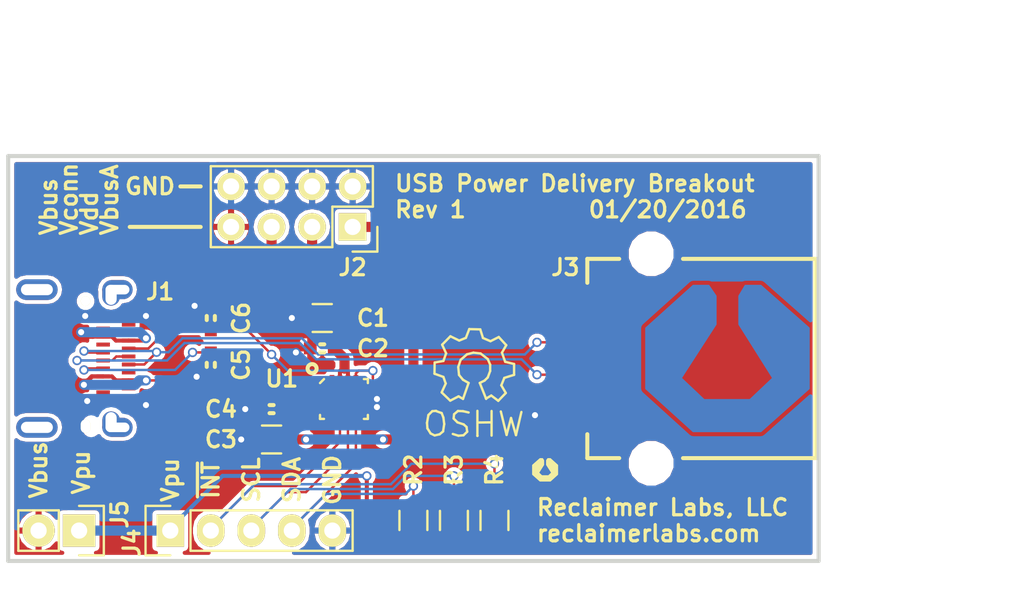
<source format=kicad_pcb>
(kicad_pcb (version 4) (host pcbnew 4.0.1-stable)

  (general
    (links 52)
    (no_connects 0)
    (area 57.804267 64.1096 124.145525 101.1824)
    (thickness 1.6)
    (drawings 23)
    (tracks 239)
    (zones 0)
    (modules 18)
    (nets 24)
  )

  (page A4)
  (layers
    (0 F.Cu signal)
    (31 B.Cu signal)
    (32 B.Adhes user)
    (33 F.Adhes user)
    (34 B.Paste user)
    (35 F.Paste user)
    (36 B.SilkS user)
    (37 F.SilkS user)
    (38 B.Mask user)
    (39 F.Mask user)
    (40 Dwgs.User user)
    (41 Cmts.User user)
    (42 Eco1.User user)
    (43 Eco2.User user)
    (44 Edge.Cuts user)
    (45 Margin user)
    (46 B.CrtYd user)
    (47 F.CrtYd user)
    (48 B.Fab user)
    (49 F.Fab user)
  )

  (setup
    (last_trace_width 0.1524)
    (trace_clearance 0.1524)
    (zone_clearance 0.254)
    (zone_45_only no)
    (trace_min 0.1524)
    (segment_width 0.254)
    (edge_width 0.254)
    (via_size 0.5842)
    (via_drill 0.381)
    (via_min_size 0.508)
    (via_min_drill 0.254)
    (uvia_size 0.3)
    (uvia_drill 0.1)
    (uvias_allowed no)
    (uvia_min_size 0.2)
    (uvia_min_drill 0.1)
    (pcb_text_width 0.2032)
    (pcb_text_size 1.016 1.016)
    (mod_edge_width 0.254)
    (mod_text_size 1.016 1.016)
    (mod_text_width 0.2032)
    (pad_size 1.524 1.524)
    (pad_drill 0.762)
    (pad_to_mask_clearance 0.2)
    (aux_axis_origin 0 0)
    (visible_elements 7FFEFFFF)
    (pcbplotparams
      (layerselection 0x011f8_80000001)
      (usegerberextensions true)
      (excludeedgelayer true)
      (linewidth 0.254000)
      (plotframeref false)
      (viasonmask false)
      (mode 1)
      (useauxorigin true)
      (hpglpennumber 1)
      (hpglpenspeed 20)
      (hpglpendiameter 15)
      (hpglpenoverlay 2)
      (psnegative false)
      (psa4output false)
      (plotreference true)
      (plotvalue false)
      (plotinvisibletext false)
      (padsonsilk false)
      (subtractmaskfromsilk true)
      (outputformat 1)
      (mirror false)
      (drillshape 0)
      (scaleselection 1)
      (outputdirectory gerber/))
  )

  (net 0 "")
  (net 1 /Vconn)
  (net 2 GND)
  (net 3 /Vdd)
  (net 4 /CC1)
  (net 5 /CC2)
  (net 6 "Net-(J1-PadA2)")
  (net 7 "Net-(J1-PadA3)")
  (net 8 /Vbus)
  (net 9 "Net-(J1-PadA8)")
  (net 10 "Net-(J1-PadA10)")
  (net 11 "Net-(J1-PadA11)")
  (net 12 "Net-(J1-PadB2)")
  (net 13 "Net-(J1-PadB3)")
  (net 14 "Net-(J1-PadB8)")
  (net 15 "Net-(J1-PadB10)")
  (net 16 "Net-(J1-PadB11)")
  (net 17 /VbusA)
  (net 18 /Vpu)
  (net 19 /SDA)
  (net 20 /SCL)
  (net 21 /~INT)
  (net 22 /D+)
  (net 23 /D-)

  (net_class Default "This is the default net class."
    (clearance 0.1524)
    (trace_width 0.1524)
    (via_dia 0.5842)
    (via_drill 0.381)
    (uvia_dia 0.3)
    (uvia_drill 0.1)
    (add_net /CC1)
    (add_net /CC2)
    (add_net /D+)
    (add_net /D-)
    (add_net /SCL)
    (add_net /SDA)
    (add_net /Vbus)
    (add_net /VbusA)
    (add_net /Vconn)
    (add_net /Vdd)
    (add_net /Vpu)
    (add_net /~INT)
    (add_net GND)
    (add_net "Net-(J1-PadA10)")
    (add_net "Net-(J1-PadA11)")
    (add_net "Net-(J1-PadA2)")
    (add_net "Net-(J1-PadA3)")
    (add_net "Net-(J1-PadA8)")
    (add_net "Net-(J1-PadB10)")
    (add_net "Net-(J1-PadB11)")
    (add_net "Net-(J1-PadB2)")
    (add_net "Net-(J1-PadB3)")
    (add_net "Net-(J1-PadB8)")
  )

  (module Jason_Libraries:0603_np (layer F.Cu) (tedit 556015FE) (tstamp 569E0039)
    (at 78.105 85.725 180)
    (descr "Capacitor SMD 0603, reflow soldering, AVX (see smccp.pdf)")
    (tags "capacitor 0603")
    (path /569DEEC4)
    (attr smd)
    (fp_text reference C2 (at -3.175 0 180) (layer F.SilkS)
      (effects (font (size 1.016 1.016) (thickness 0.2032)))
    )
    (fp_text value 0.1uF (at 0 1.9 180) (layer F.Fab)
      (effects (font (size 1 1) (thickness 0.15)))
    )
    (fp_line (start -0.127 0.254) (end 0.127 0.254) (layer F.SilkS) (width 0.254))
    (fp_line (start -0.127 -0.254) (end 0.127 -0.254) (layer F.SilkS) (width 0.254))
    (pad 1 smd rect (at -0.75 0 180) (size 0.8 0.75) (layers F.Cu F.Paste F.Mask)
      (net 1 /Vconn))
    (pad 2 smd rect (at 0.75 0 180) (size 0.8 0.75) (layers F.Cu F.Paste F.Mask)
      (net 2 GND))
    (model Capacitors_SMD.3dshapes/C_0603.wrl
      (at (xyz 0 0 0))
      (scale (xyz 1 1 1))
      (rotate (xyz 0 0 0))
    )
  )

  (module Jason_Libraries:R_0805 (layer F.Cu) (tedit 5415CDEB) (tstamp 569E003F)
    (at 74.93 91.44 180)
    (descr "Resistor SMD 0805, reflow soldering, Vishay (see dcrcw.pdf)")
    (tags "resistor 0805")
    (path /569DEE97)
    (attr smd)
    (fp_text reference C3 (at 3.175 0 180) (layer F.SilkS)
      (effects (font (size 1.016 1.016) (thickness 0.2032)))
    )
    (fp_text value 1uF (at 0 2.1 180) (layer F.Fab)
      (effects (font (size 1 1) (thickness 0.15)))
    )
    (fp_line (start -1.6 -1) (end 1.6 -1) (layer F.CrtYd) (width 0.05))
    (fp_line (start -1.6 1) (end 1.6 1) (layer F.CrtYd) (width 0.05))
    (fp_line (start -1.6 -1) (end -1.6 1) (layer F.CrtYd) (width 0.05))
    (fp_line (start 1.6 -1) (end 1.6 1) (layer F.CrtYd) (width 0.05))
    (fp_line (start 0.6 0.875) (end -0.6 0.875) (layer F.SilkS) (width 0.15))
    (fp_line (start -0.6 -0.875) (end 0.6 -0.875) (layer F.SilkS) (width 0.15))
    (pad 1 smd rect (at -0.95 0 180) (size 0.7 1.3) (layers F.Cu F.Paste F.Mask)
      (net 3 /Vdd))
    (pad 2 smd rect (at 0.95 0 180) (size 0.7 1.3) (layers F.Cu F.Paste F.Mask)
      (net 2 GND))
    (model Resistors_SMD.3dshapes/R_0805.wrl
      (at (xyz 0 0 0))
      (scale (xyz 1 1 1))
      (rotate (xyz 0 0 0))
    )
  )

  (module Jason_Libraries:0603_np (layer F.Cu) (tedit 556015FE) (tstamp 569E0045)
    (at 74.93 89.535 180)
    (descr "Capacitor SMD 0603, reflow soldering, AVX (see smccp.pdf)")
    (tags "capacitor 0603")
    (path /569E585B)
    (attr smd)
    (fp_text reference C4 (at 3.175 0 180) (layer F.SilkS)
      (effects (font (size 1.016 1.016) (thickness 0.2032)))
    )
    (fp_text value 0.1uF (at 0 1.9 180) (layer F.Fab)
      (effects (font (size 1 1) (thickness 0.15)))
    )
    (fp_line (start -0.127 0.254) (end 0.127 0.254) (layer F.SilkS) (width 0.254))
    (fp_line (start -0.127 -0.254) (end 0.127 -0.254) (layer F.SilkS) (width 0.254))
    (pad 1 smd rect (at -0.75 0 180) (size 0.8 0.75) (layers F.Cu F.Paste F.Mask)
      (net 3 /Vdd))
    (pad 2 smd rect (at 0.75 0 180) (size 0.8 0.75) (layers F.Cu F.Paste F.Mask)
      (net 2 GND))
    (model Capacitors_SMD.3dshapes/C_0603.wrl
      (at (xyz 0 0 0))
      (scale (xyz 1 1 1))
      (rotate (xyz 0 0 0))
    )
  )

  (module Jason_Libraries:0603_np (layer F.Cu) (tedit 556015FE) (tstamp 569E004B)
    (at 71.12 86.75878 270)
    (descr "Capacitor SMD 0603, reflow soldering, AVX (see smccp.pdf)")
    (tags "capacitor 0603")
    (path /569DEE45)
    (attr smd)
    (fp_text reference C5 (at 0 -1.9 270) (layer F.SilkS)
      (effects (font (size 1.016 1.016) (thickness 0.2032)))
    )
    (fp_text value 470pF (at 0 1.9 270) (layer F.Fab)
      (effects (font (size 1 1) (thickness 0.15)))
    )
    (fp_line (start -0.127 0.254) (end 0.127 0.254) (layer F.SilkS) (width 0.254))
    (fp_line (start -0.127 -0.254) (end 0.127 -0.254) (layer F.SilkS) (width 0.254))
    (pad 1 smd rect (at -0.75 0 270) (size 0.8 0.75) (layers F.Cu F.Paste F.Mask)
      (net 5 /CC2))
    (pad 2 smd rect (at 0.75 0 270) (size 0.8 0.75) (layers F.Cu F.Paste F.Mask)
      (net 2 GND))
    (model Capacitors_SMD.3dshapes/C_0603.wrl
      (at (xyz 0 0 0))
      (scale (xyz 1 1 1))
      (rotate (xyz 0 0 0))
    )
  )

  (module Jason_Libraries:0603_np (layer F.Cu) (tedit 556015FE) (tstamp 569E0051)
    (at 71.12 83.82 90)
    (descr "Capacitor SMD 0603, reflow soldering, AVX (see smccp.pdf)")
    (tags "capacitor 0603")
    (path /569E6069)
    (attr smd)
    (fp_text reference C6 (at 0 1.905 90) (layer F.SilkS)
      (effects (font (size 1.016 1.016) (thickness 0.2032)))
    )
    (fp_text value 470pF (at 0 1.9 90) (layer F.Fab)
      (effects (font (size 1 1) (thickness 0.15)))
    )
    (fp_line (start -0.127 0.254) (end 0.127 0.254) (layer F.SilkS) (width 0.254))
    (fp_line (start -0.127 -0.254) (end 0.127 -0.254) (layer F.SilkS) (width 0.254))
    (pad 1 smd rect (at -0.75 0 90) (size 0.8 0.75) (layers F.Cu F.Paste F.Mask)
      (net 4 /CC1))
    (pad 2 smd rect (at 0.75 0 90) (size 0.8 0.75) (layers F.Cu F.Paste F.Mask)
      (net 2 GND))
    (model Capacitors_SMD.3dshapes/C_0603.wrl
      (at (xyz 0 0 0))
      (scale (xyz 1 1 1))
      (rotate (xyz 0 0 0))
    )
  )

  (module Socket_Strips:Socket_Strip_Straight_2x04 (layer F.Cu) (tedit 0) (tstamp 569E008B)
    (at 80.01 78.105 180)
    (descr "Through hole socket strip")
    (tags "socket strip")
    (path /569E149A)
    (fp_text reference J2 (at 0 -2.54 180) (layer F.SilkS)
      (effects (font (size 1.016 1.016) (thickness 0.2032)))
    )
    (fp_text value CONN_02X04 (at 0 -3.1 180) (layer F.Fab)
      (effects (font (size 1 1) (thickness 0.15)))
    )
    (fp_line (start -1.75 -1.75) (end -1.75 4.3) (layer F.CrtYd) (width 0.05))
    (fp_line (start 9.4 -1.75) (end 9.4 4.3) (layer F.CrtYd) (width 0.05))
    (fp_line (start -1.75 -1.75) (end 9.4 -1.75) (layer F.CrtYd) (width 0.05))
    (fp_line (start -1.75 4.3) (end 9.4 4.3) (layer F.CrtYd) (width 0.05))
    (fp_line (start 1.27 -1.27) (end 8.89 -1.27) (layer F.SilkS) (width 0.15))
    (fp_line (start 8.89 -1.27) (end 8.89 3.81) (layer F.SilkS) (width 0.15))
    (fp_line (start 8.89 3.81) (end -1.27 3.81) (layer F.SilkS) (width 0.15))
    (fp_line (start -1.27 3.81) (end -1.27 1.27) (layer F.SilkS) (width 0.15))
    (fp_line (start 0 -1.55) (end -1.55 -1.55) (layer F.SilkS) (width 0.15))
    (fp_line (start -1.27 1.27) (end 1.27 1.27) (layer F.SilkS) (width 0.15))
    (fp_line (start 1.27 1.27) (end 1.27 -1.27) (layer F.SilkS) (width 0.15))
    (fp_line (start -1.55 -1.55) (end -1.55 0) (layer F.SilkS) (width 0.15))
    (pad 1 thru_hole rect (at 0 0 180) (size 1.7272 1.7272) (drill 1.016) (layers *.Cu *.Mask F.SilkS)
      (net 17 /VbusA))
    (pad 2 thru_hole oval (at 0 2.54 180) (size 1.7272 1.7272) (drill 1.016) (layers *.Cu *.Mask F.SilkS)
      (net 2 GND))
    (pad 3 thru_hole oval (at 2.54 0 180) (size 1.7272 1.7272) (drill 1.016) (layers *.Cu *.Mask F.SilkS)
      (net 3 /Vdd))
    (pad 4 thru_hole oval (at 2.54 2.54 180) (size 1.7272 1.7272) (drill 1.016) (layers *.Cu *.Mask F.SilkS)
      (net 2 GND))
    (pad 5 thru_hole oval (at 5.08 0 180) (size 1.7272 1.7272) (drill 1.016) (layers *.Cu *.Mask F.SilkS)
      (net 1 /Vconn))
    (pad 6 thru_hole oval (at 5.08 2.54 180) (size 1.7272 1.7272) (drill 1.016) (layers *.Cu *.Mask F.SilkS)
      (net 2 GND))
    (pad 7 thru_hole oval (at 7.62 0 180) (size 1.7272 1.7272) (drill 1.016) (layers *.Cu *.Mask F.SilkS)
      (net 8 /Vbus))
    (pad 8 thru_hole oval (at 7.62 2.54 180) (size 1.7272 1.7272) (drill 1.016) (layers *.Cu *.Mask F.SilkS)
      (net 2 GND))
    (model Socket_Strips.3dshapes/Socket_Strip_Straight_2x04.wrl
      (at (xyz 0.15 -0.05 0))
      (scale (xyz 1 1 1))
      (rotate (xyz 0 0 180))
    )
  )

  (module Jason_Libraries:USB_A_Female_SMD (layer F.Cu) (tedit 565BB6CC) (tstamp 569E0095)
    (at 98.72 86.36 270)
    (path /569DE449)
    (fp_text reference J3 (at -5.715 5.375 360) (layer F.SilkS)
      (effects (font (size 1.016 1.016) (thickness 0.2032)))
    )
    (fp_text value USB_A (at 0 0 270) (layer F.Fab)
      (effects (font (size 1.016 1.016) (thickness 0.254)))
    )
    (fp_line (start 4.75 4) (end 6.25 4) (layer F.SilkS) (width 0.254))
    (fp_line (start 6.25 4) (end 6.25 2) (layer F.SilkS) (width 0.254))
    (fp_line (start -6.25 2) (end -6.25 4) (layer F.SilkS) (width 0.254))
    (fp_line (start -6.25 4) (end -4.75 4) (layer F.SilkS) (width 0.254))
    (fp_line (start -6.25 -10.3) (end -6.25 -2) (layer F.SilkS) (width 0.254))
    (fp_line (start 6.25 -2) (end 6.25 -10.3) (layer F.SilkS) (width 0.254))
    (fp_line (start -6.25 -10.3) (end 6.25 -10.3) (layer F.SilkS) (width 0.254))
    (pad 4 smd rect (at 3.5 4.5 270) (size 1 4) (layers F.Cu F.Paste F.Mask)
      (net 2 GND))
    (pad 3 smd rect (at 1 4.5 270) (size 1 4) (layers F.Cu F.Paste F.Mask)
      (net 22 /D+))
    (pad 2 smd rect (at -1 4.5 270) (size 1 4) (layers F.Cu F.Paste F.Mask)
      (net 23 /D-))
    (pad 1 smd rect (at -3.5 4.5 270) (size 1 4) (layers F.Cu F.Paste F.Mask)
      (net 17 /VbusA))
    (pad "" np_thru_hole circle (at 6.57 0 270) (size 2.3 2.3) (drill 2.3) (layers *.Cu *.Mask))
    (pad "" np_thru_hole circle (at -6.57 0 270) (size 2.3 2.3) (drill 2.3) (layers *.Cu *.Mask))
  )

  (module Socket_Strips:Socket_Strip_Straight_1x05 (layer F.Cu) (tedit 0) (tstamp 569E009E)
    (at 68.58 97.155)
    (descr "Through hole socket strip")
    (tags "socket strip")
    (path /569DE8FA)
    (fp_text reference J4 (at -2.413 0.762 90) (layer F.SilkS)
      (effects (font (size 1.016 1.016) (thickness 0.2032)))
    )
    (fp_text value CONN_01X05 (at 0 -3.1) (layer F.Fab)
      (effects (font (size 1 1) (thickness 0.15)))
    )
    (fp_line (start -1.75 -1.75) (end -1.75 1.75) (layer F.CrtYd) (width 0.05))
    (fp_line (start 11.95 -1.75) (end 11.95 1.75) (layer F.CrtYd) (width 0.05))
    (fp_line (start -1.75 -1.75) (end 11.95 -1.75) (layer F.CrtYd) (width 0.05))
    (fp_line (start -1.75 1.75) (end 11.95 1.75) (layer F.CrtYd) (width 0.05))
    (fp_line (start 1.27 1.27) (end 11.43 1.27) (layer F.SilkS) (width 0.15))
    (fp_line (start 11.43 1.27) (end 11.43 -1.27) (layer F.SilkS) (width 0.15))
    (fp_line (start 11.43 -1.27) (end 1.27 -1.27) (layer F.SilkS) (width 0.15))
    (fp_line (start -1.55 1.55) (end 0 1.55) (layer F.SilkS) (width 0.15))
    (fp_line (start 1.27 1.27) (end 1.27 -1.27) (layer F.SilkS) (width 0.15))
    (fp_line (start 0 -1.55) (end -1.55 -1.55) (layer F.SilkS) (width 0.15))
    (fp_line (start -1.55 -1.55) (end -1.55 1.55) (layer F.SilkS) (width 0.15))
    (pad 1 thru_hole rect (at 0 0) (size 1.7272 2.032) (drill 1.016) (layers *.Cu *.Mask F.SilkS)
      (net 18 /Vpu))
    (pad 2 thru_hole oval (at 2.54 0) (size 1.7272 2.032) (drill 1.016) (layers *.Cu *.Mask F.SilkS)
      (net 21 /~INT))
    (pad 3 thru_hole oval (at 5.08 0) (size 1.7272 2.032) (drill 1.016) (layers *.Cu *.Mask F.SilkS)
      (net 20 /SCL))
    (pad 4 thru_hole oval (at 7.62 0) (size 1.7272 2.032) (drill 1.016) (layers *.Cu *.Mask F.SilkS)
      (net 19 /SDA))
    (pad 5 thru_hole oval (at 10.16 0) (size 1.7272 2.032) (drill 1.016) (layers *.Cu *.Mask F.SilkS)
      (net 2 GND))
    (model Socket_Strips.3dshapes/Socket_Strip_Straight_1x05.wrl
      (at (xyz 0.2 0 0))
      (scale (xyz 1 1 1))
      (rotate (xyz 0 0 180))
    )
  )

  (module Jason_Libraries:R_0805 (layer F.Cu) (tedit 5415CDEB) (tstamp 569E00AA)
    (at 83.82 96.52 90)
    (descr "Resistor SMD 0805, reflow soldering, Vishay (see dcrcw.pdf)")
    (tags "resistor 0805")
    (path /569DEACE)
    (attr smd)
    (fp_text reference R2 (at 3.175 0 90) (layer F.SilkS)
      (effects (font (size 1.016 1.016) (thickness 0.2032)))
    )
    (fp_text value 4.7k (at 0 2.1 90) (layer F.Fab)
      (effects (font (size 1 1) (thickness 0.15)))
    )
    (fp_line (start -1.6 -1) (end 1.6 -1) (layer F.CrtYd) (width 0.05))
    (fp_line (start -1.6 1) (end 1.6 1) (layer F.CrtYd) (width 0.05))
    (fp_line (start -1.6 -1) (end -1.6 1) (layer F.CrtYd) (width 0.05))
    (fp_line (start 1.6 -1) (end 1.6 1) (layer F.CrtYd) (width 0.05))
    (fp_line (start 0.6 0.875) (end -0.6 0.875) (layer F.SilkS) (width 0.15))
    (fp_line (start -0.6 -0.875) (end 0.6 -0.875) (layer F.SilkS) (width 0.15))
    (pad 1 smd rect (at -0.95 0 90) (size 0.7 1.3) (layers F.Cu F.Paste F.Mask)
      (net 18 /Vpu))
    (pad 2 smd rect (at 0.95 0 90) (size 0.7 1.3) (layers F.Cu F.Paste F.Mask)
      (net 19 /SDA))
    (model Resistors_SMD.3dshapes/R_0805.wrl
      (at (xyz 0 0 0))
      (scale (xyz 1 1 1))
      (rotate (xyz 0 0 0))
    )
  )

  (module Jason_Libraries:R_0805 (layer F.Cu) (tedit 5415CDEB) (tstamp 569E00B0)
    (at 86.36 96.52 90)
    (descr "Resistor SMD 0805, reflow soldering, Vishay (see dcrcw.pdf)")
    (tags "resistor 0805")
    (path /569E63F6)
    (attr smd)
    (fp_text reference R3 (at 3.175 0 90) (layer F.SilkS)
      (effects (font (size 1.016 1.016) (thickness 0.2032)))
    )
    (fp_text value 4.7k (at 0 2.1 90) (layer F.Fab)
      (effects (font (size 1 1) (thickness 0.15)))
    )
    (fp_line (start -1.6 -1) (end 1.6 -1) (layer F.CrtYd) (width 0.05))
    (fp_line (start -1.6 1) (end 1.6 1) (layer F.CrtYd) (width 0.05))
    (fp_line (start -1.6 -1) (end -1.6 1) (layer F.CrtYd) (width 0.05))
    (fp_line (start 1.6 -1) (end 1.6 1) (layer F.CrtYd) (width 0.05))
    (fp_line (start 0.6 0.875) (end -0.6 0.875) (layer F.SilkS) (width 0.15))
    (fp_line (start -0.6 -0.875) (end 0.6 -0.875) (layer F.SilkS) (width 0.15))
    (pad 1 smd rect (at -0.95 0 90) (size 0.7 1.3) (layers F.Cu F.Paste F.Mask)
      (net 18 /Vpu))
    (pad 2 smd rect (at 0.95 0 90) (size 0.7 1.3) (layers F.Cu F.Paste F.Mask)
      (net 20 /SCL))
    (model Resistors_SMD.3dshapes/R_0805.wrl
      (at (xyz 0 0 0))
      (scale (xyz 1 1 1))
      (rotate (xyz 0 0 0))
    )
  )

  (module Jason_Libraries:R_0805 (layer F.Cu) (tedit 5415CDEB) (tstamp 569E00B6)
    (at 88.9 96.52 90)
    (descr "Resistor SMD 0805, reflow soldering, Vishay (see dcrcw.pdf)")
    (tags "resistor 0805")
    (path /569E6456)
    (attr smd)
    (fp_text reference R4 (at 3.175 0 90) (layer F.SilkS)
      (effects (font (size 1.016 1.016) (thickness 0.2032)))
    )
    (fp_text value 4.7k (at 0 2.1 90) (layer F.Fab)
      (effects (font (size 1 1) (thickness 0.15)))
    )
    (fp_line (start -1.6 -1) (end 1.6 -1) (layer F.CrtYd) (width 0.05))
    (fp_line (start -1.6 1) (end 1.6 1) (layer F.CrtYd) (width 0.05))
    (fp_line (start -1.6 -1) (end -1.6 1) (layer F.CrtYd) (width 0.05))
    (fp_line (start 1.6 -1) (end 1.6 1) (layer F.CrtYd) (width 0.05))
    (fp_line (start 0.6 0.875) (end -0.6 0.875) (layer F.SilkS) (width 0.15))
    (fp_line (start -0.6 -0.875) (end 0.6 -0.875) (layer F.SilkS) (width 0.15))
    (pad 1 smd rect (at -0.95 0 90) (size 0.7 1.3) (layers F.Cu F.Paste F.Mask)
      (net 18 /Vpu))
    (pad 2 smd rect (at 0.95 0 90) (size 0.7 1.3) (layers F.Cu F.Paste F.Mask)
      (net 21 /~INT))
    (model Resistors_SMD.3dshapes/R_0805.wrl
      (at (xyz 0 0 0))
      (scale (xyz 1 1 1))
      (rotate (xyz 0 0 0))
    )
  )

  (module Jason_Libraries:MLP_14 (layer F.Cu) (tedit 569EF72F) (tstamp 569EFB60)
    (at 79.46556 88.9)
    (path /569EFB49)
    (fp_text reference U1 (at -3.90056 -1.27) (layer F.SilkS)
      (effects (font (size 1.016 1.016) (thickness 0.2032)))
    )
    (fp_text value FUSB302MPX (at 0 2.705) (layer F.Fab)
      (effects (font (size 1.2 1.2) (thickness 0.15)))
    )
    (fp_line (start -1.5 -1) (end -1.25 -1.25) (layer F.SilkS) (width 0.15))
    (fp_line (start 1.25 -1.25) (end 1.5 -1.25) (layer F.SilkS) (width 0.15))
    (fp_line (start 1.5 -1.25) (end 1.5 -1) (layer F.SilkS) (width 0.15))
    (fp_line (start -1.25 1.25) (end -1.5 1.25) (layer F.SilkS) (width 0.15))
    (fp_line (start -1.5 1.25) (end -1.5 1) (layer F.SilkS) (width 0.15))
    (fp_line (start 1.25 1.25) (end 1.5 1.25) (layer F.SilkS) (width 0.15))
    (fp_line (start 1.5 1.25) (end 1.5 1) (layer F.SilkS) (width 0.15))
    (fp_line (start -2.54 -2.54) (end 2.54 -2.54) (layer F.CrtYd) (width 0.15))
    (fp_line (start 2.54 -2.54) (end 2.54 2.54) (layer F.CrtYd) (width 0.15))
    (fp_line (start 2.54 2.54) (end -2.54 2.54) (layer F.CrtYd) (width 0.15))
    (fp_line (start -2.54 2.54) (end -2.54 -2.54) (layer F.CrtYd) (width 0.15))
    (pad 1 smd rect (at -1.215 -0.5 90) (size 0.3 0.58) (layers F.Cu F.Paste F.Mask)
      (net 5 /CC2))
    (pad 2 smd rect (at -1.215 0 90) (size 0.3 0.58) (layers F.Cu F.Paste F.Mask)
      (net 8 /Vbus))
    (pad 3 smd rect (at -1.215 0.5 90) (size 0.3 0.58) (layers F.Cu F.Paste F.Mask)
      (net 3 /Vdd))
    (pad 5 smd rect (at -0.25 1.215) (size 0.3 0.58) (layers F.Cu F.Paste F.Mask)
      (net 21 /~INT))
    (pad 6 smd rect (at 0.25 1.215) (size 0.3 0.58) (layers F.Cu F.Paste F.Mask)
      (net 20 /SCL))
    (pad 7 smd rect (at 0.75 1.215) (size 0.3 0.58) (layers F.Cu F.Paste F.Mask)
      (net 19 /SDA))
    (pad 8 smd rect (at 1.215 0.5 90) (size 0.3 0.58) (layers F.Cu F.Paste F.Mask)
      (net 2 GND))
    (pad 9 smd rect (at 1.215 0 90) (size 0.3 0.58) (layers F.Cu F.Paste F.Mask)
      (net 2 GND))
    (pad 10 smd rect (at 1.215 -0.5 90) (size 0.3 0.58) (layers F.Cu F.Paste F.Mask)
      (net 4 /CC1))
    (pad 11 smd rect (at 0.75 -1.215) (size 0.3 0.58) (layers F.Cu F.Paste F.Mask)
      (net 4 /CC1))
    (pad 13 smd rect (at -0.25 -1.215) (size 0.3 0.58) (layers F.Cu F.Paste F.Mask)
      (net 1 /Vconn))
    (pad 14 smd rect (at -0.75 -1.215) (size 0.3 0.58) (layers F.Cu F.Paste F.Mask)
      (net 5 /CC2))
    (pad 12 smd rect (at 0.25 -1.215) (size 0.3 0.58) (layers F.Cu F.Paste F.Mask)
      (net 1 /Vconn))
    (pad 4 smd rect (at -0.75 1.215) (size 0.3 0.58) (layers F.Cu F.Paste F.Mask)
      (net 3 /Vdd))
    (pad NC smd rect (at 0 0 90) (size 1.45 1.45) (layers F.Cu F.Paste F.Mask))
  )

  (module Jason_Libraries:R_0805 (layer F.Cu) (tedit 5415CDEB) (tstamp 569EFF06)
    (at 78.105 83.82 180)
    (descr "Resistor SMD 0805, reflow soldering, Vishay (see dcrcw.pdf)")
    (tags "resistor 0805")
    (path /569DEEF3)
    (attr smd)
    (fp_text reference C1 (at -3.175 0 180) (layer F.SilkS)
      (effects (font (size 1.016 1.016) (thickness 0.2032)))
    )
    (fp_text value 22uF (at 0 2.1 180) (layer F.Fab)
      (effects (font (size 1 1) (thickness 0.15)))
    )
    (fp_line (start -1.6 -1) (end 1.6 -1) (layer F.CrtYd) (width 0.05))
    (fp_line (start -1.6 1) (end 1.6 1) (layer F.CrtYd) (width 0.05))
    (fp_line (start -1.6 -1) (end -1.6 1) (layer F.CrtYd) (width 0.05))
    (fp_line (start 1.6 -1) (end 1.6 1) (layer F.CrtYd) (width 0.05))
    (fp_line (start 0.6 0.875) (end -0.6 0.875) (layer F.SilkS) (width 0.15))
    (fp_line (start -0.6 -0.875) (end 0.6 -0.875) (layer F.SilkS) (width 0.15))
    (pad 1 smd rect (at -0.95 0 180) (size 0.7 1.3) (layers F.Cu F.Paste F.Mask)
      (net 1 /Vconn))
    (pad 2 smd rect (at 0.95 0 180) (size 0.7 1.3) (layers F.Cu F.Paste F.Mask)
      (net 2 GND))
    (model Resistors_SMD.3dshapes/R_0805.wrl
      (at (xyz 0 0 0))
      (scale (xyz 1 1 1))
      (rotate (xyz 0 0 0))
    )
  )

  (module Socket_Strips:Socket_Strip_Straight_1x02 (layer F.Cu) (tedit 54E9F75E) (tstamp 569EFF58)
    (at 62.865 97.155 180)
    (descr "Through hole socket strip")
    (tags "socket strip")
    (path /569F3CBA)
    (fp_text reference J5 (at -2.54 1.016 270) (layer F.SilkS)
      (effects (font (size 1.016 1.016) (thickness 0.2032)))
    )
    (fp_text value CONN_01X02 (at 0 -3.1 180) (layer F.Fab)
      (effects (font (size 1 1) (thickness 0.15)))
    )
    (fp_line (start -1.55 1.55) (end 0 1.55) (layer F.SilkS) (width 0.15))
    (fp_line (start 3.81 1.27) (end 1.27 1.27) (layer F.SilkS) (width 0.15))
    (fp_line (start -1.75 -1.75) (end -1.75 1.75) (layer F.CrtYd) (width 0.05))
    (fp_line (start 4.3 -1.75) (end 4.3 1.75) (layer F.CrtYd) (width 0.05))
    (fp_line (start -1.75 -1.75) (end 4.3 -1.75) (layer F.CrtYd) (width 0.05))
    (fp_line (start -1.75 1.75) (end 4.3 1.75) (layer F.CrtYd) (width 0.05))
    (fp_line (start 1.27 1.27) (end 1.27 -1.27) (layer F.SilkS) (width 0.15))
    (fp_line (start 0 -1.55) (end -1.55 -1.55) (layer F.SilkS) (width 0.15))
    (fp_line (start -1.55 -1.55) (end -1.55 1.55) (layer F.SilkS) (width 0.15))
    (fp_line (start 1.27 -1.27) (end 3.81 -1.27) (layer F.SilkS) (width 0.15))
    (fp_line (start 3.81 -1.27) (end 3.81 1.27) (layer F.SilkS) (width 0.15))
    (pad 1 thru_hole rect (at 0 0 180) (size 2.032 2.032) (drill 1.016) (layers *.Cu *.Mask F.SilkS)
      (net 18 /Vpu))
    (pad 2 thru_hole oval (at 2.54 0 180) (size 2.032 2.032) (drill 1.016) (layers *.Cu *.Mask F.SilkS)
      (net 8 /Vbus))
    (model Socket_Strips.3dshapes/Socket_Strip_Straight_1x02.wrl
      (at (xyz 0.05 0 0))
      (scale (xyz 1 1 1))
      (rotate (xyz 0 0 180))
    )
  )

  (module Jason_Libraries:Reclaimer_Labs (layer B.Cu) (tedit 0) (tstamp 569F5062)
    (at 103.505 86.36 180)
    (fp_text reference G*** (at 0 0 180) (layer B.SilkS) hide
      (effects (font (thickness 0.3)) (justify mirror))
    )
    (fp_text value LOGO (at 0.75 0 180) (layer B.SilkS) hide
      (effects (font (thickness 0.3)) (justify mirror))
    )
    (fp_poly (pts (xy 5.106458 -1.888397) (xy 3.626332 -3.230198) (xy 2.146205 -4.572) (xy 0.02827 -4.572)
      (xy -2.089665 -4.572) (xy -3.598062 -3.230173) (xy -5.106458 -1.888347) (xy -5.106459 0.009706)
      (xy -5.106459 1.907759) (xy -3.598024 3.239879) (xy -2.089589 4.572) (xy -1.604388 4.571856)
      (xy -1.119188 4.571712) (xy -0.924719 4.245554) (xy -0.73025 3.919395) (xy -0.73025 3.032215)
      (xy -0.73025 2.145035) (xy -1.791248 0.458932) (xy -2.852246 -1.22717) (xy -2.803279 -1.274315)
      (xy -2.794204 -1.282992) (xy -2.77787 -1.298538) (xy -2.754706 -1.320547) (xy -2.725139 -1.348616)
      (xy -2.689599 -1.382336) (xy -2.648512 -1.421303) (xy -2.602307 -1.465112) (xy -2.551412 -1.513355)
      (xy -2.496254 -1.565628) (xy -2.437263 -1.621526) (xy -2.374865 -1.680641) (xy -2.309489 -1.742569)
      (xy -2.241563 -1.806904) (xy -2.171514 -1.87324) (xy -2.099772 -1.941172) (xy -2.082856 -1.957188)
      (xy -1.4114 -2.592917) (xy 0.029108 -2.592917) (xy 1.469616 -2.592917) (xy 2.104425 -1.990989)
      (xy 2.175176 -1.923905) (xy 2.244753 -1.857934) (xy 2.312683 -1.793528) (xy 2.37849 -1.731135)
      (xy 2.441701 -1.671207) (xy 2.501842 -1.614191) (xy 2.558437 -1.560538) (xy 2.611012 -1.510698)
      (xy 2.659094 -1.46512) (xy 2.702207 -1.424254) (xy 2.739877 -1.38855) (xy 2.771631 -1.358457)
      (xy 2.796993 -1.334425) (xy 2.815489 -1.316905) (xy 2.824246 -1.308614) (xy 2.909256 -1.228166)
      (xy 1.819753 0.45846) (xy 0.73025 2.145087) (xy 0.73025 3.032113) (xy 0.73025 3.91914)
      (xy 0.953406 4.24557) (xy 1.176562 4.572) (xy 1.661302 4.572) (xy 2.146042 4.572)
      (xy 3.62625 3.239836) (xy 5.106458 1.907671) (xy 5.106458 0.009637) (xy 5.106458 -1.888397)
      (xy 5.106458 -1.888397)) (layer B.Cu) (width 0.1))
    (fp_poly (pts (xy 5.371131 -1.891771) (xy 5.328516 -1.987331) (xy 5.285901 -2.082892) (xy 3.806631 -3.424019)
      (xy 2.327361 -4.765146) (xy 2.236566 -4.800843) (xy 2.145771 -4.83654) (xy 0.026458 -4.836207)
      (xy -2.092854 -4.835874) (xy -2.178879 -4.802452) (xy -2.207606 -4.791077) (xy -2.2333 -4.780503)
      (xy -2.25415 -4.771506) (xy -2.268344 -4.764864) (xy -2.273655 -4.761796) (xy -2.278202 -4.757792)
      (xy -2.290382 -4.746997) (xy -2.309922 -4.729655) (xy -2.336548 -4.70601) (xy -2.369987 -4.676304)
      (xy -2.409963 -4.640781) (xy -2.456205 -4.599685) (xy -2.508437 -4.55326) (xy -2.566386 -4.501747)
      (xy -2.629779 -4.445392) (xy -2.69834 -4.384437) (xy -2.771798 -4.319126) (xy -2.849876 -4.249703)
      (xy -2.932303 -4.17641) (xy -3.018804 -4.099491) (xy -3.109105 -4.01919) (xy -3.202933 -3.935751)
      (xy -3.300013 -3.849416) (xy -3.400072 -3.760428) (xy -3.502836 -3.669033) (xy -3.608031 -3.575472)
      (xy -3.715383 -3.47999) (xy -3.783068 -3.419788) (xy -5.283729 -2.085013) (xy -5.327386 -1.988434)
      (xy -5.371042 -1.891854) (xy -5.370783 0.010542) (xy -5.370525 1.912938) (xy -5.327127 2.008718)
      (xy -5.283729 2.104499) (xy -3.774834 3.436848) (xy -2.265939 4.769196) (xy -2.177102 4.80289)
      (xy -2.088266 4.836584) (xy -1.603727 4.836403) (xy -1.119188 4.836222) (xy -1.005558 4.771246)
      (xy -0.891929 4.70627) (xy -0.697748 4.381166) (xy -0.503566 4.056063) (xy -0.484617 3.988839)
      (xy -0.465667 3.921616) (xy -0.465741 3.031048) (xy -0.465816 2.140479) (xy -0.486265 2.071688)
      (xy -0.506714 2.002896) (xy -1.495942 0.431271) (xy -1.570427 0.312933) (xy -1.643531 0.196791)
      (xy -1.715049 0.083171) (xy -1.784774 -0.027602) (xy -1.852502 -0.1352) (xy -1.918028 -0.239299)
      (xy -1.981145 -0.339571) (xy -2.04165 -0.435691) (xy -2.099336 -0.527333) (xy -2.153998 -0.614169)
      (xy -2.205431 -0.695875) (xy -2.253429 -0.772125) (xy -2.297788 -0.842591) (xy -2.338302 -0.906948)
      (xy -2.374765 -0.96487) (xy -2.406973 -1.01603) (xy -2.434721 -1.060103) (xy -2.457802 -1.096762)
      (xy -2.476011 -1.125681) (xy -2.489144 -1.146535) (xy -2.496995 -1.158996) (xy -2.499274 -1.16261)
      (xy -2.513379 -1.184865) (xy -1.909634 -1.756599) (xy -1.30589 -2.328333) (xy 0.029123 -2.328333)
      (xy 1.364136 -2.328333) (xy 1.942808 -1.780078) (xy 2.009283 -1.717091) (xy 2.073903 -1.655855)
      (xy 2.136225 -1.596786) (xy 2.195808 -1.540305) (xy 2.252211 -1.486829) (xy 2.30499 -1.436779)
      (xy 2.353706 -1.390573) (xy 2.397916 -1.34863) (xy 2.437179 -1.311369) (xy 2.471053 -1.279208)
      (xy 2.499096 -1.252568) (xy 2.520867 -1.231866) (xy 2.535925 -1.217521) (xy 2.543827 -1.209953)
      (xy 2.544501 -1.209299) (xy 2.567522 -1.186776) (xy 1.537599 0.40762) (xy 0.507676 2.002015)
      (xy 0.486671 2.072229) (xy 0.465667 2.142444) (xy 0.465667 3.031396) (xy 0.465667 3.920348)
      (xy 0.48856 3.994014) (xy 0.511454 4.067681) (xy 0.72782 4.384365) (xy 0.763476 4.436502)
      (xy 0.797594 4.486291) (xy 0.829673 4.533007) (xy 0.859213 4.575929) (xy 0.885715 4.614332)
      (xy 0.90868 4.647494) (xy 0.927607 4.674691) (xy 0.941996 4.695201) (xy 0.951349 4.708299)
      (xy 0.954957 4.713057) (xy 0.962677 4.718964) (xy 0.978298 4.728818) (xy 1.000304 4.74174)
      (xy 1.02718 4.756849) (xy 1.057407 4.773265) (xy 1.071562 4.780772) (xy 1.177396 4.836477)
      (xy 1.661583 4.836488) (xy 2.145771 4.836499) (xy 2.236785 4.800822) (xy 2.327799 4.765146)
      (xy 3.805764 3.434941) (xy 5.283729 2.104735) (xy 5.327211 2.008837) (xy 5.370693 1.912938)
      (xy 5.370912 0.010583) (xy 5.371131 -1.891771) (xy 5.371131 -1.891771)) (layer B.Mask) (width 0.1))
  )

  (module Symbols:Symbol_OSHW-Logo_SilkScreen (layer F.Cu) (tedit 569F5106) (tstamp 569F50F0)
    (at 87.63 86.995)
    (descr "Symbol, OSHW-Logo, Silk Screen,")
    (tags "Symbol, OSHW-Logo, Silk Screen,")
    (fp_text reference REF** (at 0.09906 -4.38912) (layer F.SilkS) hide
      (effects (font (size 1 1) (thickness 0.15)))
    )
    (fp_text value Symbol_OSHW-Logo_SilkScreen (at 0.30988 6.56082) (layer F.Fab)
      (effects (font (size 1 1) (thickness 0.15)))
    )
    (fp_line (start 1.66878 2.68986) (end 2.02946 4.16052) (layer F.SilkS) (width 0.15))
    (fp_line (start 2.02946 4.16052) (end 2.30886 3.0988) (layer F.SilkS) (width 0.15))
    (fp_line (start 2.30886 3.0988) (end 2.61874 4.17068) (layer F.SilkS) (width 0.15))
    (fp_line (start 2.61874 4.17068) (end 2.9591 2.72034) (layer F.SilkS) (width 0.15))
    (fp_line (start 0.24892 3.38074) (end 1.03886 3.37058) (layer F.SilkS) (width 0.15))
    (fp_line (start 1.03886 3.37058) (end 1.04902 3.38074) (layer F.SilkS) (width 0.15))
    (fp_line (start 1.04902 3.38074) (end 1.04902 3.37058) (layer F.SilkS) (width 0.15))
    (fp_line (start 1.08966 2.65938) (end 1.08966 4.20116) (layer F.SilkS) (width 0.15))
    (fp_line (start 0.20066 2.64922) (end 0.20066 4.21894) (layer F.SilkS) (width 0.15))
    (fp_line (start 0.20066 4.21894) (end 0.21082 4.20878) (layer F.SilkS) (width 0.15))
    (fp_line (start -0.35052 2.75082) (end -0.70104 2.66954) (layer F.SilkS) (width 0.15))
    (fp_line (start -0.70104 2.66954) (end -1.02108 2.65938) (layer F.SilkS) (width 0.15))
    (fp_line (start -1.02108 2.65938) (end -1.25984 2.86004) (layer F.SilkS) (width 0.15))
    (fp_line (start -1.25984 2.86004) (end -1.29032 3.12928) (layer F.SilkS) (width 0.15))
    (fp_line (start -1.29032 3.12928) (end -1.04902 3.37058) (layer F.SilkS) (width 0.15))
    (fp_line (start -1.04902 3.37058) (end -0.6604 3.50012) (layer F.SilkS) (width 0.15))
    (fp_line (start -0.6604 3.50012) (end -0.48006 3.66014) (layer F.SilkS) (width 0.15))
    (fp_line (start -0.48006 3.66014) (end -0.43942 3.95986) (layer F.SilkS) (width 0.15))
    (fp_line (start -0.43942 3.95986) (end -0.67056 4.18084) (layer F.SilkS) (width 0.15))
    (fp_line (start -0.67056 4.18084) (end -0.9906 4.20878) (layer F.SilkS) (width 0.15))
    (fp_line (start -0.9906 4.20878) (end -1.34112 4.09956) (layer F.SilkS) (width 0.15))
    (fp_line (start -2.37998 2.64922) (end -2.6289 2.66954) (layer F.SilkS) (width 0.15))
    (fp_line (start -2.6289 2.66954) (end -2.8702 2.91084) (layer F.SilkS) (width 0.15))
    (fp_line (start -2.8702 2.91084) (end -2.9591 3.40106) (layer F.SilkS) (width 0.15))
    (fp_line (start -2.9591 3.40106) (end -2.93116 3.74904) (layer F.SilkS) (width 0.15))
    (fp_line (start -2.93116 3.74904) (end -2.7305 4.06908) (layer F.SilkS) (width 0.15))
    (fp_line (start -2.7305 4.06908) (end -2.47904 4.191) (layer F.SilkS) (width 0.15))
    (fp_line (start -2.47904 4.191) (end -2.16916 4.11988) (layer F.SilkS) (width 0.15))
    (fp_line (start -2.16916 4.11988) (end -1.95072 3.93954) (layer F.SilkS) (width 0.15))
    (fp_line (start -1.95072 3.93954) (end -1.8796 3.4798) (layer F.SilkS) (width 0.15))
    (fp_line (start -1.8796 3.4798) (end -1.9304 3.07086) (layer F.SilkS) (width 0.15))
    (fp_line (start -1.9304 3.07086) (end -2.03962 2.78892) (layer F.SilkS) (width 0.15))
    (fp_line (start -2.03962 2.78892) (end -2.4003 2.65938) (layer F.SilkS) (width 0.15))
    (fp_line (start -1.78054 0.92964) (end -2.03962 1.49098) (layer F.SilkS) (width 0.15))
    (fp_line (start -2.03962 1.49098) (end -1.50114 2.00914) (layer F.SilkS) (width 0.15))
    (fp_line (start -1.50114 2.00914) (end -0.98044 1.7399) (layer F.SilkS) (width 0.15))
    (fp_line (start -0.98044 1.7399) (end -0.70104 1.89992) (layer F.SilkS) (width 0.15))
    (fp_line (start 0.73914 1.8796) (end 1.06934 1.6891) (layer F.SilkS) (width 0.15))
    (fp_line (start 1.06934 1.6891) (end 1.50876 2.0193) (layer F.SilkS) (width 0.15))
    (fp_line (start 1.50876 2.0193) (end 1.9812 1.52908) (layer F.SilkS) (width 0.15))
    (fp_line (start 1.9812 1.52908) (end 1.69926 1.04902) (layer F.SilkS) (width 0.15))
    (fp_line (start 1.69926 1.04902) (end 1.88976 0.57912) (layer F.SilkS) (width 0.15))
    (fp_line (start 1.88976 0.57912) (end 2.49936 0.39116) (layer F.SilkS) (width 0.15))
    (fp_line (start 2.49936 0.39116) (end 2.49936 -0.28956) (layer F.SilkS) (width 0.15))
    (fp_line (start 2.49936 -0.28956) (end 1.94056 -0.42926) (layer F.SilkS) (width 0.15))
    (fp_line (start 1.94056 -0.42926) (end 1.7399 -1.00076) (layer F.SilkS) (width 0.15))
    (fp_line (start 1.7399 -1.00076) (end 2.00914 -1.47066) (layer F.SilkS) (width 0.15))
    (fp_line (start 2.00914 -1.47066) (end 1.53924 -1.9812) (layer F.SilkS) (width 0.15))
    (fp_line (start 1.53924 -1.9812) (end 1.02108 -1.71958) (layer F.SilkS) (width 0.15))
    (fp_line (start 1.02108 -1.71958) (end 0.55118 -1.92024) (layer F.SilkS) (width 0.15))
    (fp_line (start 0.55118 -1.92024) (end 0.381 -2.46126) (layer F.SilkS) (width 0.15))
    (fp_line (start 0.381 -2.46126) (end -0.30988 -2.47904) (layer F.SilkS) (width 0.15))
    (fp_line (start -0.30988 -2.47904) (end -0.5207 -1.9304) (layer F.SilkS) (width 0.15))
    (fp_line (start -0.5207 -1.9304) (end -0.9398 -1.76022) (layer F.SilkS) (width 0.15))
    (fp_line (start -0.9398 -1.76022) (end -1.49098 -2.02946) (layer F.SilkS) (width 0.15))
    (fp_line (start -1.49098 -2.02946) (end -2.00914 -1.50114) (layer F.SilkS) (width 0.15))
    (fp_line (start -2.00914 -1.50114) (end -1.76022 -0.96012) (layer F.SilkS) (width 0.15))
    (fp_line (start -1.76022 -0.96012) (end -1.9304 -0.48006) (layer F.SilkS) (width 0.15))
    (fp_line (start -1.9304 -0.48006) (end -2.47904 -0.381) (layer F.SilkS) (width 0.15))
    (fp_line (start -2.47904 -0.381) (end -2.4892 0.32004) (layer F.SilkS) (width 0.15))
    (fp_line (start -2.4892 0.32004) (end -1.9304 0.5207) (layer F.SilkS) (width 0.15))
    (fp_line (start -1.9304 0.5207) (end -1.7907 0.91948) (layer F.SilkS) (width 0.15))
    (fp_line (start 0.35052 0.89916) (end 0.65024 0.7493) (layer F.SilkS) (width 0.15))
    (fp_line (start 0.65024 0.7493) (end 0.8509 0.55118) (layer F.SilkS) (width 0.15))
    (fp_line (start 0.8509 0.55118) (end 1.00076 0.14986) (layer F.SilkS) (width 0.15))
    (fp_line (start 1.00076 0.14986) (end 1.00076 -0.24892) (layer F.SilkS) (width 0.15))
    (fp_line (start 1.00076 -0.24892) (end 0.8509 -0.59944) (layer F.SilkS) (width 0.15))
    (fp_line (start 0.8509 -0.59944) (end 0.39878 -0.94996) (layer F.SilkS) (width 0.15))
    (fp_line (start 0.39878 -0.94996) (end -0.0508 -1.00076) (layer F.SilkS) (width 0.15))
    (fp_line (start -0.0508 -1.00076) (end -0.44958 -0.89916) (layer F.SilkS) (width 0.15))
    (fp_line (start -0.44958 -0.89916) (end -0.8509 -0.55118) (layer F.SilkS) (width 0.15))
    (fp_line (start -0.8509 -0.55118) (end -1.00076 -0.09906) (layer F.SilkS) (width 0.15))
    (fp_line (start -1.00076 -0.09906) (end -0.94996 0.39878) (layer F.SilkS) (width 0.15))
    (fp_line (start -0.94996 0.39878) (end -0.70104 0.70104) (layer F.SilkS) (width 0.15))
    (fp_line (start -0.70104 0.70104) (end -0.35052 0.89916) (layer F.SilkS) (width 0.15))
    (fp_line (start -0.35052 0.89916) (end -0.70104 1.89992) (layer F.SilkS) (width 0.15))
    (fp_line (start 0.35052 0.89916) (end 0.7493 1.89992) (layer F.SilkS) (width 0.15))
  )

  (module Jason_Libraries:Reclaimer_Labs_2mm (layer F.Cu) (tedit 0) (tstamp 569F51D8)
    (at 92.075 93.345)
    (fp_text reference G*** (at -0.5 -4) (layer F.SilkS) hide
      (effects (font (thickness 0.3)))
    )
    (fp_text value LOGO (at 0 -2) (layer F.SilkS) hide
      (effects (font (thickness 0.3)))
    )
    (fp_poly (pts (xy 0.765969 0.28326) (xy 0.54395 0.48453) (xy 0.321931 0.6858) (xy 0.004241 0.6858)
      (xy -0.31345 0.6858) (xy -0.539709 0.484526) (xy -0.765969 0.283252) (xy -0.765969 -0.001456)
      (xy -0.765969 -0.286164) (xy -0.539704 -0.485982) (xy -0.313438 -0.6858) (xy -0.240658 -0.685778)
      (xy -0.167878 -0.685757) (xy -0.138708 -0.636833) (xy -0.109537 -0.587909) (xy -0.109537 -0.454832)
      (xy -0.109537 -0.321755) (xy -0.268687 -0.06884) (xy -0.427837 0.184076) (xy -0.420492 0.191147)
      (xy -0.419131 0.192449) (xy -0.41668 0.194781) (xy -0.413206 0.198082) (xy -0.408771 0.202292)
      (xy -0.40344 0.20735) (xy -0.397277 0.213196) (xy -0.390346 0.219767) (xy -0.382712 0.227003)
      (xy -0.374438 0.234844) (xy -0.365589 0.243229) (xy -0.35623 0.252096) (xy -0.346423 0.261385)
      (xy -0.336234 0.271036) (xy -0.325727 0.280986) (xy -0.314966 0.291176) (xy -0.312428 0.293578)
      (xy -0.21171 0.388938) (xy 0.004366 0.388938) (xy 0.220442 0.388938) (xy 0.315664 0.298648)
      (xy 0.326276 0.288586) (xy 0.336713 0.27869) (xy 0.346902 0.269029) (xy 0.356774 0.25967)
      (xy 0.366255 0.250681) (xy 0.375276 0.242129) (xy 0.383766 0.234081) (xy 0.391652 0.226605)
      (xy 0.398864 0.219768) (xy 0.405331 0.213638) (xy 0.410982 0.208283) (xy 0.415745 0.203769)
      (xy 0.419549 0.200164) (xy 0.422323 0.197536) (xy 0.423637 0.196292) (xy 0.436388 0.184225)
      (xy 0.272963 -0.068769) (xy 0.109538 -0.321763) (xy 0.109538 -0.454817) (xy 0.109538 -0.587871)
      (xy 0.143011 -0.636835) (xy 0.176484 -0.6858) (xy 0.249195 -0.6858) (xy 0.321906 -0.6858)
      (xy 0.543938 -0.485975) (xy 0.765969 -0.286151) (xy 0.765969 -0.001446) (xy 0.765969 0.28326)
      (xy 0.765969 0.28326)) (layer F.SilkS) (width 0.1))
  )

  (module Jason_Libraries:USB-C_Female_Top_Mount_Dual_SMT_RA (layer F.Cu) (tedit 569F5CB8) (tstamp 569E007F)
    (at 63.27 86.36 270)
    (path /569DE3EA)
    (fp_text reference J1 (at -4.191 -4.675 360) (layer F.SilkS)
      (effects (font (size 1.016 1.016) (thickness 0.2032)))
    )
    (fp_text value USB-C_Female (at -0.25 -6.2 270) (layer F.Fab)
      (effects (font (size 1.016 1.016) (thickness 0.254)))
    )
    (fp_line (start 5 4.85) (end -5 4.85) (layer F.CrtYd) (width 0.254))
    (fp_line (start 5 -3.5) (end 5 4.85) (layer F.CrtYd) (width 0.254))
    (fp_line (start -5 -3.5) (end 5 -3.5) (layer F.CrtYd) (width 0.254))
    (fp_line (start -5 4.85) (end -5 -3.5) (layer F.CrtYd) (width 0.254))
    (fp_line (start 5 4.85) (end -5 4.85) (layer F.Fab) (width 0.254))
    (pad NC4 thru_hole oval (at -4.32 -2 270) (size 1.2 1.9) (drill oval 0.6 1.5) (layers *.Cu *.Mask))
    (pad NC2 thru_hole oval (at 4.32 3.05 270) (size 1.3 2.6) (drill oval 0.7 2) (layers *.Cu *.Mask))
    (pad A1 smd rect (at -2.625 -2.7 270) (size 0.3 0.85) (layers F.Cu F.Paste F.Mask)
      (net 2 GND))
    (pad A2 smd rect (at -2.125 -2.7 270) (size 0.25 0.85) (layers F.Cu F.Paste F.Mask)
      (net 6 "Net-(J1-PadA2)"))
    (pad A3 smd rect (at -1.625 -2.7 270) (size 0.25 0.85) (layers F.Cu F.Paste F.Mask)
      (net 7 "Net-(J1-PadA3)"))
    (pad A4 smd rect (at -1.125 -2.7 270) (size 0.25 0.85) (layers F.Cu F.Paste F.Mask)
      (net 8 /Vbus))
    (pad A5 smd rect (at -0.625 -2.7 270) (size 0.25 0.85) (layers F.Cu F.Paste F.Mask)
      (net 4 /CC1))
    (pad A6 smd rect (at -0.125 -2.7 270) (size 0.25 0.85) (layers F.Cu F.Paste F.Mask)
      (net 22 /D+))
    (pad A7 smd rect (at 0.375 -2.7 270) (size 0.25 0.85) (layers F.Cu F.Paste F.Mask)
      (net 23 /D-))
    (pad A8 smd rect (at 0.875 -2.7 270) (size 0.25 0.85) (layers F.Cu F.Paste F.Mask)
      (net 9 "Net-(J1-PadA8)"))
    (pad A9 smd rect (at 1.375 -2.7 270) (size 0.25 0.85) (layers F.Cu F.Paste F.Mask)
      (net 8 /Vbus))
    (pad A10 smd rect (at 1.875 -2.7 270) (size 0.25 0.85) (layers F.Cu F.Paste F.Mask)
      (net 10 "Net-(J1-PadA10)"))
    (pad A11 smd rect (at 2.375 -2.7 270) (size 0.25 0.85) (layers F.Cu F.Paste F.Mask)
      (net 11 "Net-(J1-PadA11)"))
    (pad A12 smd rect (at 2.9 -2.7 270) (size 0.3 0.85) (layers F.Cu F.Paste F.Mask)
      (net 2 GND))
    (pad B1 smd rect (at 2.65 -1.1 270) (size 0.3 0.85) (layers F.Cu F.Paste F.Mask)
      (net 2 GND))
    (pad B2 smd rect (at 2.125 -1.1 270) (size 0.25 0.85) (layers F.Cu F.Paste F.Mask)
      (net 12 "Net-(J1-PadB2)"))
    (pad B3 smd rect (at 1.625 -1.1 270) (size 0.25 0.85) (layers F.Cu F.Paste F.Mask)
      (net 13 "Net-(J1-PadB3)"))
    (pad B4 smd rect (at 1.125 -1.1 270) (size 0.25 0.85) (layers F.Cu F.Paste F.Mask)
      (net 8 /Vbus))
    (pad B5 smd rect (at 0.625 -1.1 270) (size 0.25 0.85) (layers F.Cu F.Paste F.Mask)
      (net 5 /CC2))
    (pad B6 smd rect (at 0.125 -1.1 270) (size 0.25 0.85) (layers F.Cu F.Paste F.Mask)
      (net 22 /D+))
    (pad B7 smd rect (at -0.375 -1.1 270) (size 0.25 0.85) (layers F.Cu F.Paste F.Mask)
      (net 23 /D-))
    (pad B8 smd rect (at -0.875 -1.1 270) (size 0.25 0.85) (layers F.Cu F.Paste F.Mask)
      (net 14 "Net-(J1-PadB8)"))
    (pad B9 smd rect (at -1.375 -1.1 270) (size 0.25 0.85) (layers F.Cu F.Paste F.Mask)
      (net 8 /Vbus))
    (pad B10 smd rect (at -1.875 -1.1 270) (size 0.25 0.85) (layers F.Cu F.Paste F.Mask)
      (net 15 "Net-(J1-PadB10)"))
    (pad B11 smd rect (at -2.375 -1.1 270) (size 0.25 0.85) (layers F.Cu F.Paste F.Mask)
      (net 16 "Net-(J1-PadB11)"))
    (pad B12 smd rect (at -2.9 -1.1 270) (size 0.3 0.85) (layers F.Cu F.Paste F.Mask)
      (net 2 GND))
    (pad NC1 thru_hole oval (at -4.32 3.05 270) (size 1.3 2.6) (drill oval 0.7 2) (layers *.Cu *.Mask))
    (pad NC3 thru_hole oval (at 4.32 -2 270) (size 1.2 1.9) (drill oval 0.6 1.5) (layers *.Cu *.Mask))
    (pad NC4 thru_hole oval (at -3.995 -1.6 270) (size 1.55 1.1) (drill oval 1.25 0.7 (offset -0.1 0)) (layers *.Cu *.Mask))
    (pad NC3 thru_hole oval (at 3.995 -1.6 270) (size 1.55 1.1) (drill oval 1.25 0.7 (offset 0.1 0)) (layers *.Cu *.Mask))
    (pad "" np_thru_hole oval (at 4.25 0 270) (size 0.85 0.6) (drill oval 0.85 0.6) (layers *.Cu *.Mask F.SilkS))
    (pad "" np_thru_hole circle (at -3.6 0 270) (size 0.6 0.6) (drill 0.6) (layers *.Cu *.Mask F.SilkS))
  )

  (dimension 50.8 (width 0.2032) (layer Dwgs.User)
    (gr_text "2.0000 in" (at 83.82 65.1256) (layer Dwgs.User)
      (effects (font (size 1.016 1.016) (thickness 0.2032)))
    )
    (feature1 (pts (xy 109.22 68.58) (xy 109.22 64.2112)))
    (feature2 (pts (xy 58.42 68.58) (xy 58.42 64.2112)))
    (crossbar (pts (xy 58.42 66.04) (xy 109.22 66.04)))
    (arrow1a (pts (xy 109.22 66.04) (xy 108.093496 66.626421)))
    (arrow1b (pts (xy 109.22 66.04) (xy 108.093496 65.453579)))
    (arrow2a (pts (xy 58.42 66.04) (xy 59.546504 66.626421)))
    (arrow2b (pts (xy 58.42 66.04) (xy 59.546504 65.453579)))
  )
  (dimension 25.4 (width 0.2032) (layer Dwgs.User)
    (gr_text "1.0000 in" (at 120.2944 86.36 90) (layer Dwgs.User)
      (effects (font (size 1.016 1.016) (thickness 0.2032)))
    )
    (feature1 (pts (xy 116.84 73.66) (xy 121.2088 73.66)))
    (feature2 (pts (xy 116.84 99.06) (xy 121.2088 99.06)))
    (crossbar (pts (xy 119.38 99.06) (xy 119.38 73.66)))
    (arrow1a (pts (xy 119.38 73.66) (xy 119.966421 74.786504)))
    (arrow1b (pts (xy 119.38 73.66) (xy 118.793579 74.786504)))
    (arrow2a (pts (xy 119.38 99.06) (xy 119.966421 97.933496)))
    (arrow2b (pts (xy 119.38 99.06) (xy 118.793579 97.933496)))
  )
  (gr_text Vpu (at 62.992 94.996 90) (layer F.SilkS)
    (effects (font (size 1.016 1.016) (thickness 0.2032)) (justify left))
  )
  (gr_text Vbus (at 60.325 95.25 90) (layer F.SilkS)
    (effects (font (size 1.016 1.016) (thickness 0.2032)) (justify left))
  )
  (gr_text "Reclaimer Labs, LLC\nreclaimerlabs.com" (at 91.44 96.52) (layer F.SilkS)
    (effects (font (size 1.016 1.016) (thickness 0.2032)) (justify left))
  )
  (gr_text "USB Power Delivery Breakout\nRev 1          01/20/2016" (at 82.55 76.2) (layer F.SilkS)
    (effects (font (size 1.016 1.016) (thickness 0.2032)) (justify left))
  )
  (gr_line (start 70.485 75.565) (end 69.215 75.565) (layer F.SilkS) (width 0.254))
  (gr_line (start 70.485 78.105) (end 66.04 78.105) (layer F.SilkS) (width 0.254))
  (gr_text GND (at 67.31 75.565) (layer F.SilkS)
    (effects (font (size 1.016 1.016) (thickness 0.2032)))
  )
  (gr_text VbusA (at 64.77 78.74 90) (layer F.SilkS)
    (effects (font (size 1.016 1.016) (thickness 0.2032)) (justify left))
  )
  (gr_text Vdd (at 63.5 78.74 90) (layer F.SilkS)
    (effects (font (size 1.016 1.016) (thickness 0.2032)) (justify left))
  )
  (gr_text Vconn (at 62.23 78.74 90) (layer F.SilkS)
    (effects (font (size 1.016 1.016) (thickness 0.2032)) (justify left))
  )
  (gr_text Vbus (at 60.96 78.74 90) (layer F.SilkS)
    (effects (font (size 1.016 1.016) (thickness 0.2032)) (justify left))
  )
  (gr_circle (center 77.47 86.995) (end 77.724 86.868) (layer F.SilkS) (width 0.254))
  (gr_text GND (at 78.74 93.98 90) (layer F.SilkS)
    (effects (font (size 1.016 1.016) (thickness 0.2032)))
  )
  (gr_text SCL (at 73.66 93.98 90) (layer F.SilkS)
    (effects (font (size 1.016 1.016) (thickness 0.2032)))
  )
  (gr_text SDA (at 76.2 93.98 90) (layer F.SilkS)
    (effects (font (size 1.016 1.016) (thickness 0.2032)))
  )
  (gr_text ~INT (at 71.12 93.98 90) (layer F.SilkS)
    (effects (font (size 1.016 1.016) (thickness 0.2032)))
  )
  (gr_text Vpu (at 68.58 93.98 90) (layer F.SilkS)
    (effects (font (size 1.016 1.016) (thickness 0.2032)))
  )
  (gr_line (start 109.22 99.06) (end 58.42 99.06) (layer Edge.Cuts) (width 0.254))
  (gr_line (start 109.22 73.66) (end 109.22 99.06) (layer Edge.Cuts) (width 0.254))
  (gr_line (start 58.42 73.66) (end 109.22 73.66) (layer Edge.Cuts) (width 0.254))
  (gr_line (start 58.42 99.06) (end 58.42 73.66) (layer Edge.Cuts) (width 0.254))

  (segment (start 109.22 99.06) (end 58.42 99.06) (width 0.1524) (layer Dwgs.User) (net 0))
  (segment (start 109.22 73.66) (end 109.22 99.06) (width 0.1524) (layer Dwgs.User) (net 0))
  (segment (start 58.42 73.66) (end 109.22 73.66) (width 0.1524) (layer Dwgs.User) (net 0))
  (segment (start 58.42 99.06) (end 58.42 73.66) (width 0.1524) (layer Dwgs.User) (net 0))
  (segment (start 74.93 78.105) (end 74.93 80.01) (width 0.635) (layer F.Cu) (net 1))
  (segment (start 74.93 80.01) (end 76.835 81.915) (width 0.635) (layer F.Cu) (net 1))
  (segment (start 76.835 81.915) (end 78.435 81.915) (width 0.635) (layer F.Cu) (net 1))
  (segment (start 78.435 81.915) (end 79.055 82.535) (width 0.635) (layer F.Cu) (net 1))
  (segment (start 79.055 82.535) (end 79.055 83.82) (width 0.635) (layer F.Cu) (net 1))
  (segment (start 79.055 83.82) (end 79.055 85.09) (width 0.635) (layer F.Cu) (net 1))
  (segment (start 78.855 85.725) (end 78.855 85.29) (width 0.635) (layer F.Cu) (net 1))
  (segment (start 78.855 85.29) (end 79.055 85.09) (width 0.635) (layer F.Cu) (net 1))
  (segment (start 79.71556 87.685) (end 79.71556 87.141) (width 0.254) (layer F.Cu) (net 1))
  (segment (start 79.71556 87.141) (end 79.56956 86.995) (width 0.254) (layer F.Cu) (net 1))
  (segment (start 79.56956 86.995) (end 79.502 86.995) (width 0.254) (layer F.Cu) (net 1))
  (segment (start 79.21556 87.685) (end 79.21556 87.141) (width 0.254) (layer F.Cu) (net 1))
  (segment (start 79.21556 87.141) (end 79.36156 86.995) (width 0.254) (layer F.Cu) (net 1))
  (segment (start 79.36156 86.995) (end 79.502 86.995) (width 0.254) (layer F.Cu) (net 1))
  (segment (start 79.502 86.372) (end 79.502 86.995) (width 0.635) (layer F.Cu) (net 1))
  (segment (start 79.375 86.245) (end 79.502 86.372) (width 0.635) (layer F.Cu) (net 1))
  (segment (start 78.855 85.725) (end 79.375 86.245) (width 0.635) (layer F.Cu) (net 1))
  (segment (start 94.22 89.86) (end 91.496 89.86) (width 0.635) (layer F.Cu) (net 2))
  (segment (start 91.496 89.86) (end 91.44 89.916) (width 0.635) (layer F.Cu) (net 2))
  (via (at 91.44 89.916) (size 0.5842) (drill 0.381) (layers F.Cu B.Cu) (net 2))
  (segment (start 71.12 83.07) (end 70.116 83.07) (width 0.254) (layer F.Cu) (net 2))
  (segment (start 70.116 83.07) (end 70.104 83.058) (width 0.254) (layer F.Cu) (net 2))
  (via (at 70.104 83.058) (size 0.5842) (drill 0.381) (layers F.Cu B.Cu) (net 2))
  (segment (start 71.12 87.50878) (end 70.23678 87.50878) (width 0.254) (layer F.Cu) (net 2))
  (segment (start 70.23678 87.50878) (end 70.231 87.503) (width 0.254) (layer F.Cu) (net 2))
  (via (at 70.231 87.503) (size 0.5842) (drill 0.381) (layers F.Cu B.Cu) (net 2))
  (segment (start 73.98 91.44) (end 73.025 91.44) (width 0.254) (layer F.Cu) (net 2))
  (via (at 73.025 91.44) (size 0.5842) (drill 0.381) (layers F.Cu B.Cu) (net 2))
  (segment (start 74.18 89.535) (end 73.279 89.535) (width 0.254) (layer F.Cu) (net 2))
  (via (at 73.279 89.535) (size 0.5842) (drill 0.381) (layers F.Cu B.Cu) (net 2))
  (segment (start 77.355 85.725) (end 76.708 85.725) (width 0.254) (layer F.Cu) (net 2))
  (segment (start 76.708 85.725) (end 76.454 85.979) (width 0.254) (layer F.Cu) (net 2))
  (via (at 76.454 85.979) (size 0.5842) (drill 0.381) (layers F.Cu B.Cu) (net 2))
  (segment (start 77.155 83.82) (end 76.2 83.82) (width 0.254) (layer F.Cu) (net 2))
  (via (at 76.2 83.82) (size 0.5842) (drill 0.381) (layers F.Cu B.Cu) (net 2))
  (segment (start 80.68056 89.4) (end 81.526 89.4) (width 0.254) (layer F.Cu) (net 2))
  (segment (start 81.526 89.4) (end 81.534 89.408) (width 0.254) (layer F.Cu) (net 2))
  (via (at 81.534 89.408) (size 0.5842) (drill 0.381) (layers F.Cu B.Cu) (net 2))
  (segment (start 80.68056 88.9) (end 81.534 88.9) (width 0.254) (layer F.Cu) (net 2))
  (via (at 81.534 88.9) (size 0.5842) (drill 0.381) (layers F.Cu B.Cu) (net 2))
  (segment (start 65.97 83.735) (end 67.014 83.735) (width 0.254) (layer F.Cu) (net 2))
  (segment (start 67.014 83.735) (end 67.056 83.693) (width 0.254) (layer F.Cu) (net 2))
  (via (at 67.056 83.693) (size 0.5842) (drill 0.381) (layers F.Cu B.Cu) (net 2))
  (segment (start 63.458 83.693) (end 63.246 83.693) (width 0.254) (layer F.Cu) (net 2))
  (via (at 63.246 83.693) (size 0.5842) (drill 0.381) (layers F.Cu B.Cu) (net 2))
  (segment (start 64.37 83.46) (end 63.691 83.46) (width 0.254) (layer F.Cu) (net 2))
  (segment (start 63.691 83.46) (end 63.458 83.693) (width 0.254) (layer F.Cu) (net 2))
  (segment (start 65.97 89.26) (end 67.035 89.26) (width 0.254) (layer F.Cu) (net 2))
  (segment (start 67.035 89.26) (end 67.056 89.281) (width 0.254) (layer F.Cu) (net 2))
  (via (at 67.056 89.281) (size 0.5842) (drill 0.381) (layers F.Cu B.Cu) (net 2))
  (segment (start 64.37 89.01) (end 63.39 89.01) (width 0.254) (layer F.Cu) (net 2))
  (segment (start 63.39 89.01) (end 63.373 89.027) (width 0.254) (layer F.Cu) (net 2))
  (via (at 63.373 89.027) (size 0.5842) (drill 0.381) (layers F.Cu B.Cu) (net 2))
  (segment (start 65.151 89.112) (end 65.151 89.12) (width 0.254) (layer F.Cu) (net 2))
  (segment (start 65.151 89.12) (end 65.291 89.26) (width 0.254) (layer F.Cu) (net 2))
  (segment (start 65.291 89.26) (end 65.97 89.26) (width 0.254) (layer F.Cu) (net 2))
  (segment (start 64.37 89.01) (end 65.049 89.01) (width 0.254) (layer F.Cu) (net 2))
  (segment (start 65.049 89.01) (end 65.151 89.112) (width 0.254) (layer F.Cu) (net 2))
  (segment (start 65.024 83.46) (end 64.37 83.46) (width 0.254) (layer F.Cu) (net 2))
  (segment (start 65.249 83.693) (end 65.249 83.685) (width 0.254) (layer F.Cu) (net 2))
  (segment (start 65.249 83.685) (end 65.024 83.46) (width 0.254) (layer F.Cu) (net 2))
  (segment (start 65.97 83.735) (end 65.291 83.735) (width 0.254) (layer F.Cu) (net 2))
  (segment (start 65.291 83.735) (end 65.249 83.693) (width 0.254) (layer F.Cu) (net 2))
  (segment (start 81.915 91.44) (end 77.089 91.44) (width 0.635) (layer B.Cu) (net 3))
  (segment (start 82.55 91.44) (end 81.915 91.44) (width 0.635) (layer F.Cu) (net 3))
  (via (at 81.915 91.44) (size 0.5842) (drill 0.381) (layers F.Cu B.Cu) (net 3))
  (segment (start 83.82 90.17) (end 82.55 91.44) (width 0.635) (layer F.Cu) (net 3))
  (segment (start 83.82 83.185) (end 83.82 90.17) (width 0.635) (layer F.Cu) (net 3))
  (segment (start 82.55 81.915) (end 83.82 83.185) (width 0.635) (layer F.Cu) (net 3))
  (segment (start 80.01 81.915) (end 82.55 81.915) (width 0.635) (layer F.Cu) (net 3))
  (segment (start 77.47 79.375) (end 80.01 81.915) (width 0.635) (layer F.Cu) (net 3))
  (segment (start 77.47 78.105) (end 77.47 79.375) (width 0.635) (layer F.Cu) (net 3))
  (segment (start 78.71556 90.115) (end 78.16 90.115) (width 0.254) (layer F.Cu) (net 3))
  (segment (start 78.16 90.115) (end 78.105 90.17) (width 0.254) (layer F.Cu) (net 3))
  (segment (start 78.25056 89.4) (end 78.25056 90.02444) (width 0.254) (layer F.Cu) (net 3))
  (segment (start 78.25056 90.02444) (end 78.105 90.17) (width 0.254) (layer F.Cu) (net 3))
  (segment (start 77.35 90.17) (end 78.105 90.17) (width 0.635) (layer F.Cu) (net 3))
  (segment (start 75.68 89.535) (end 76.715 89.535) (width 0.635) (layer F.Cu) (net 3))
  (segment (start 76.715 89.535) (end 77.35 90.17) (width 0.635) (layer F.Cu) (net 3))
  (segment (start 75.88 91.44) (end 75.88 89.735) (width 0.635) (layer F.Cu) (net 3))
  (segment (start 75.88 89.735) (end 75.68 89.535) (width 0.635) (layer F.Cu) (net 3))
  (segment (start 75.88 91.44) (end 77.089 91.44) (width 0.635) (layer F.Cu) (net 3))
  (via (at 77.089 91.44) (size 0.5842) (drill 0.381) (layers F.Cu B.Cu) (net 3))
  (segment (start 70.5926 84.57) (end 71.12 84.57) (width 0.1524) (layer F.Cu) (net 4))
  (segment (start 67.203652 85.735) (end 68.368652 84.57) (width 0.1524) (layer F.Cu) (net 4))
  (segment (start 68.368652 84.57) (end 70.5926 84.57) (width 0.1524) (layer F.Cu) (net 4))
  (segment (start 65.97 85.735) (end 67.203652 85.735) (width 0.1524) (layer F.Cu) (net 4))
  (segment (start 80.21556 87.29744) (end 80.391 87.122) (width 0.1524) (layer F.Cu) (net 4))
  (segment (start 80.391 87.122) (end 81.28 87.122) (width 0.1524) (layer F.Cu) (net 4))
  (segment (start 80.21556 87.685) (end 80.21556 87.29744) (width 0.1524) (layer F.Cu) (net 4))
  (segment (start 80.68056 88.4) (end 81.12296 88.4) (width 0.1524) (layer F.Cu) (net 4))
  (segment (start 81.12296 88.4) (end 81.28 88.24296) (width 0.1524) (layer F.Cu) (net 4))
  (segment (start 81.28 88.24296) (end 81.28 87.535091) (width 0.1524) (layer F.Cu) (net 4))
  (segment (start 81.28 87.535091) (end 81.28 87.122) (width 0.1524) (layer F.Cu) (net 4))
  (segment (start 74.93 86.106) (end 75.946 87.122) (width 0.1524) (layer B.Cu) (net 4))
  (segment (start 75.946 87.122) (end 81.28 87.122) (width 0.1524) (layer B.Cu) (net 4))
  (via (at 81.28 87.122) (size 0.5842) (drill 0.381) (layers F.Cu B.Cu) (net 4))
  (segment (start 71.12 84.57) (end 73.394 84.57) (width 0.1524) (layer F.Cu) (net 4))
  (segment (start 73.394 84.57) (end 74.93 86.106) (width 0.1524) (layer F.Cu) (net 4))
  (via (at 74.93 86.106) (size 0.5842) (drill 0.381) (layers F.Cu B.Cu) (net 4))
  (segment (start 63.584454 87.079185) (end 63.171363 87.079185) (width 0.1524) (layer B.Cu) (net 5))
  (segment (start 64.37 86.985) (end 63.265548 86.985) (width 0.1524) (layer F.Cu) (net 5))
  (segment (start 68.876815 87.079185) (end 63.584454 87.079185) (width 0.1524) (layer B.Cu) (net 5))
  (segment (start 69.977 85.979) (end 68.876815 87.079185) (width 0.1524) (layer B.Cu) (net 5))
  (segment (start 63.265548 86.985) (end 63.171363 87.079185) (width 0.1524) (layer F.Cu) (net 5))
  (via (at 63.171363 87.079185) (size 0.5842) (drill 0.381) (layers F.Cu B.Cu) (net 5))
  (segment (start 75.954 88.4) (end 77.47 88.4) (width 0.1524) (layer F.Cu) (net 5))
  (segment (start 77.47 88.4) (end 78.25056 88.4) (width 0.1524) (layer F.Cu) (net 5))
  (segment (start 77.669 87.685) (end 77.47 87.884) (width 0.1524) (layer F.Cu) (net 5))
  (segment (start 77.47 87.884) (end 77.47 88.4) (width 0.1524) (layer F.Cu) (net 5))
  (segment (start 78.71556 87.685) (end 77.669 87.685) (width 0.1524) (layer F.Cu) (net 5))
  (segment (start 73.56278 86.00878) (end 75.954 88.4) (width 0.1524) (layer F.Cu) (net 5))
  (segment (start 71.12 86.00878) (end 73.56278 86.00878) (width 0.1524) (layer F.Cu) (net 5))
  (segment (start 69.977 85.979) (end 71.09022 85.979) (width 0.1524) (layer F.Cu) (net 5))
  (segment (start 71.09022 85.979) (end 71.12 86.00878) (width 0.1524) (layer F.Cu) (net 5))
  (via (at 69.977 85.979) (size 0.5842) (drill 0.381) (layers F.Cu B.Cu) (net 5))
  (segment (start 63.691 87.485) (end 63.165 88.011) (width 0.254) (layer F.Cu) (net 8))
  (segment (start 63.165 88.011) (end 63.038 88.138) (width 0.254) (layer F.Cu) (net 8))
  (segment (start 66.366909 88.011) (end 63.165 88.011) (width 0.635) (layer B.Cu) (net 8))
  (via (at 63.165 88.011) (size 0.5842) (drill 0.381) (layers F.Cu B.Cu) (net 8))
  (segment (start 67.056 87.735) (end 66.642909 87.735) (width 0.635) (layer B.Cu) (net 8))
  (segment (start 66.642909 87.735) (end 66.366909 88.011) (width 0.635) (layer B.Cu) (net 8))
  (segment (start 68.05 87.735) (end 67.056 87.735) (width 0.1524) (layer F.Cu) (net 8))
  (segment (start 65.97 87.735) (end 67.056 87.735) (width 0.254) (layer F.Cu) (net 8))
  (via (at 67.056 87.735) (size 0.5842) (drill 0.381) (layers F.Cu B.Cu) (net 8))
  (segment (start 64.37 84.985) (end 63.754 84.985) (width 0.254) (layer F.Cu) (net 8))
  (segment (start 63.754 84.985) (end 62.379 84.985) (width 0.254) (layer F.Cu) (net 8))
  (segment (start 62.992 84.709) (end 63.284099 85.001099) (width 0.254) (layer F.Cu) (net 8))
  (segment (start 63.284099 85.001099) (end 63.737901 85.001099) (width 0.254) (layer F.Cu) (net 8))
  (segment (start 63.737901 85.001099) (end 63.754 84.985) (width 0.254) (layer F.Cu) (net 8))
  (segment (start 66.675 84.709) (end 62.992 84.709) (width 0.635) (layer B.Cu) (net 8))
  (via (at 62.992 84.709) (size 0.5842) (drill 0.381) (layers F.Cu B.Cu) (net 8))
  (segment (start 67.056 85.09) (end 66.675 84.709) (width 0.635) (layer B.Cu) (net 8))
  (segment (start 65.97 85.235) (end 66.911 85.235) (width 0.254) (layer F.Cu) (net 8))
  (segment (start 66.911 85.235) (end 67.056 85.09) (width 0.254) (layer F.Cu) (net 8))
  (via (at 67.056 85.09) (size 0.5842) (drill 0.381) (layers F.Cu B.Cu) (net 8))
  (segment (start 63.038 88.138) (end 62.738 88.138) (width 0.254) (layer F.Cu) (net 8))
  (segment (start 64.37 87.485) (end 63.691 87.485) (width 0.254) (layer F.Cu) (net 8))
  (segment (start 63.645 87.485) (end 63.5 87.63) (width 0.254) (layer F.Cu) (net 8))
  (segment (start 64.37 87.485) (end 63.645 87.485) (width 0.254) (layer F.Cu) (net 8))
  (segment (start 65.97 85.235) (end 65.172922 85.235) (width 0.254) (layer F.Cu) (net 8))
  (segment (start 65.172922 85.235) (end 64.922922 84.985) (width 0.254) (layer F.Cu) (net 8))
  (segment (start 64.922922 84.985) (end 64.37 84.985) (width 0.254) (layer F.Cu) (net 8))
  (segment (start 65.97 87.735) (end 65.172922 87.735) (width 0.254) (layer F.Cu) (net 8))
  (segment (start 65.172922 87.735) (end 64.922922 87.485) (width 0.254) (layer F.Cu) (net 8))
  (segment (start 64.922922 87.485) (end 64.37 87.485) (width 0.254) (layer F.Cu) (net 8))
  (segment (start 69.088 88.773) (end 68.05 87.735) (width 0.1524) (layer F.Cu) (net 8))
  (segment (start 77.68116 88.773) (end 69.088 88.773) (width 0.1524) (layer F.Cu) (net 8))
  (segment (start 78.25056 88.9) (end 77.80816 88.9) (width 0.1524) (layer F.Cu) (net 8))
  (segment (start 77.80816 88.9) (end 77.68116 88.773) (width 0.1524) (layer F.Cu) (net 8))
  (segment (start 94.22 82.86) (end 91.585 82.86) (width 0.635) (layer F.Cu) (net 17))
  (segment (start 91.585 82.86) (end 86.83 78.105) (width 0.635) (layer F.Cu) (net 17))
  (segment (start 86.83 78.105) (end 80.01 78.105) (width 0.635) (layer F.Cu) (net 17))
  (segment (start 80.899 93.726) (end 80.899 96.012) (width 0.254) (layer F.Cu) (net 18))
  (segment (start 80.899 96.012) (end 82.357 97.47) (width 0.254) (layer F.Cu) (net 18))
  (segment (start 71.8566 93.726) (end 80.899 93.726) (width 0.254) (layer B.Cu) (net 18))
  (via (at 80.899 93.726) (size 0.5842) (drill 0.381) (layers F.Cu B.Cu) (net 18))
  (segment (start 68.58 97.155) (end 68.58 97.0026) (width 0.254) (layer B.Cu) (net 18))
  (segment (start 68.58 97.0026) (end 71.8566 93.726) (width 0.254) (layer B.Cu) (net 18))
  (segment (start 62.865 97.155) (end 68.58 97.155) (width 0.635) (layer B.Cu) (net 18))
  (segment (start 68.58 97.3074) (end 68.58 97.155) (width 0.254) (layer B.Cu) (net 18))
  (segment (start 83.82 97.47) (end 82.357 97.47) (width 0.254) (layer F.Cu) (net 18))
  (segment (start 86.36 97.47) (end 83.82 97.47) (width 0.254) (layer F.Cu) (net 18))
  (segment (start 88.9 97.47) (end 86.36 97.47) (width 0.254) (layer F.Cu) (net 18))
  (segment (start 83.324676 94.856324) (end 83.527901 94.653099) (width 0.1524) (layer B.Cu) (net 19))
  (segment (start 78.346276 94.856324) (end 83.324676 94.856324) (width 0.1524) (layer B.Cu) (net 19))
  (segment (start 76.2 97.0026) (end 78.346276 94.856324) (width 0.1524) (layer B.Cu) (net 19))
  (segment (start 83.527901 94.653099) (end 83.82 94.361) (width 0.1524) (layer B.Cu) (net 19))
  (segment (start 76.2 97.155) (end 76.2 97.0026) (width 0.1524) (layer B.Cu) (net 19))
  (segment (start 83.82 94.361) (end 83.82 95.57) (width 0.1524) (layer F.Cu) (net 19))
  (via (at 83.82 94.361) (size 0.5842) (drill 0.381) (layers F.Cu B.Cu) (net 19))
  (segment (start 76.2 97.155) (end 76.2 97.3074) (width 0.1524) (layer F.Cu) (net 19))
  (segment (start 80.21556 90.115) (end 80.21556 91.948) (width 0.1524) (layer F.Cu) (net 19))
  (segment (start 76.2 97.155) (end 76.2 97.0026) (width 0.1524) (layer F.Cu) (net 19))
  (segment (start 76.2 97.0026) (end 80.21556 92.98704) (width 0.1524) (layer F.Cu) (net 19))
  (segment (start 80.21556 92.98704) (end 80.21556 91.948) (width 0.1524) (layer F.Cu) (net 19))
  (segment (start 83.362066 93.726) (end 85.946909 93.726) (width 0.1524) (layer B.Cu) (net 20))
  (segment (start 82.536554 94.551513) (end 83.362066 93.726) (width 0.1524) (layer B.Cu) (net 20))
  (segment (start 73.66 97.0026) (end 76.111087 94.551513) (width 0.1524) (layer B.Cu) (net 20))
  (segment (start 85.946909 93.726) (end 86.36 93.726) (width 0.1524) (layer B.Cu) (net 20))
  (segment (start 73.66 97.155) (end 73.66 97.0026) (width 0.1524) (layer B.Cu) (net 20))
  (segment (start 76.111087 94.551513) (end 82.536554 94.551513) (width 0.1524) (layer B.Cu) (net 20))
  (segment (start 86.36 93.726) (end 86.36 95.57) (width 0.1524) (layer F.Cu) (net 20))
  (via (at 86.36 93.726) (size 0.5842) (drill 0.381) (layers F.Cu B.Cu) (net 20))
  (segment (start 77.089 94.742) (end 79.71556 92.11544) (width 0.1524) (layer F.Cu) (net 20))
  (segment (start 79.71556 92.11544) (end 79.71556 90.115) (width 0.1524) (layer F.Cu) (net 20))
  (segment (start 75.9206 94.742) (end 77.089 94.742) (width 0.1524) (layer F.Cu) (net 20))
  (segment (start 73.66 97.155) (end 73.66 97.0026) (width 0.1524) (layer F.Cu) (net 20))
  (segment (start 73.66 97.0026) (end 75.9206 94.742) (width 0.1524) (layer F.Cu) (net 20))
  (segment (start 83.693 92.964) (end 88.9 92.964) (width 0.1524) (layer B.Cu) (net 21))
  (segment (start 71.12 97.0026) (end 73.875898 94.246702) (width 0.1524) (layer B.Cu) (net 21))
  (segment (start 71.12 97.155) (end 71.12 97.0026) (width 0.1524) (layer B.Cu) (net 21))
  (segment (start 73.875898 94.246702) (end 82.410298 94.246702) (width 0.1524) (layer B.Cu) (net 21))
  (segment (start 82.410298 94.246702) (end 83.693 92.964) (width 0.1524) (layer B.Cu) (net 21))
  (segment (start 88.9 92.964) (end 88.9 95.57) (width 0.1524) (layer F.Cu) (net 21))
  (via (at 88.9 92.964) (size 0.5842) (drill 0.381) (layers F.Cu B.Cu) (net 21))
  (segment (start 76.454 94.361) (end 73.7616 94.361) (width 0.1524) (layer F.Cu) (net 21))
  (segment (start 73.7616 94.361) (end 71.12 97.0026) (width 0.1524) (layer F.Cu) (net 21))
  (segment (start 71.12 97.0026) (end 71.12 97.155) (width 0.1524) (layer F.Cu) (net 21))
  (segment (start 79.21556 91.59944) (end 76.454 94.361) (width 0.1524) (layer F.Cu) (net 21))
  (segment (start 79.21556 90.115) (end 79.21556 91.59944) (width 0.1524) (layer F.Cu) (net 21))
  (segment (start 91.274901 87.083901) (end 91.567 87.376) (width 0.1524) (layer B.Cu) (net 22))
  (segment (start 90.601811 86.410811) (end 91.274901 87.083901) (width 0.1524) (layer B.Cu) (net 22))
  (segment (start 69.468255 85.394811) (end 76.708745 85.394811) (width 0.1524) (layer B.Cu) (net 22))
  (segment (start 76.708745 85.394811) (end 77.724744 86.410811) (width 0.1524) (layer B.Cu) (net 22))
  (segment (start 68.378066 86.485) (end 69.468255 85.394811) (width 0.1524) (layer B.Cu) (net 22))
  (segment (start 62.736 86.485) (end 68.378066 86.485) (width 0.1524) (layer B.Cu) (net 22))
  (segment (start 77.724744 86.410811) (end 90.601811 86.410811) (width 0.1524) (layer B.Cu) (net 22))
  (segment (start 91.567 87.376) (end 94.204 87.376) (width 0.1524) (layer F.Cu) (net 22))
  (segment (start 94.204 87.376) (end 94.22 87.36) (width 0.1524) (layer F.Cu) (net 22))
  (via (at 91.567 87.376) (size 0.5842) (drill 0.381) (layers F.Cu B.Cu) (net 22))
  (via (at 62.736 86.485) (size 0.5842) (drill 0.381) (layers F.Cu B.Cu) (net 22))
  (segment (start 64.37 86.485) (end 62.736 86.485) (width 0.1524) (layer F.Cu) (net 22))
  (segment (start 64.37 86.485) (end 64.9474 86.485) (width 0.1524) (layer F.Cu) (net 22))
  (segment (start 64.9474 86.485) (end 65.1974 86.235) (width 0.1524) (layer F.Cu) (net 22))
  (segment (start 65.1974 86.235) (end 65.3926 86.235) (width 0.1524) (layer F.Cu) (net 22))
  (segment (start 65.3926 86.235) (end 65.97 86.235) (width 0.1524) (layer F.Cu) (net 22))
  (segment (start 91.567 85.344) (end 94.204 85.344) (width 0.1524) (layer F.Cu) (net 23))
  (segment (start 94.204 85.344) (end 94.22 85.36) (width 0.1524) (layer F.Cu) (net 23))
  (segment (start 90.805 86.106) (end 91.567 85.344) (width 0.1524) (layer B.Cu) (net 23))
  (via (at 91.567 85.344) (size 0.5842) (drill 0.381) (layers F.Cu B.Cu) (net 23))
  (segment (start 77.851 86.106) (end 90.805 86.106) (width 0.1524) (layer B.Cu) (net 23))
  (segment (start 76.835 85.09) (end 77.851 86.106) (width 0.1524) (layer B.Cu) (net 23))
  (segment (start 69.342 85.09) (end 76.835 85.09) (width 0.1524) (layer B.Cu) (net 23))
  (segment (start 68.46772 85.96428) (end 69.342 85.09) (width 0.1524) (layer B.Cu) (net 23))
  (segment (start 67.721842 85.96428) (end 68.46772 85.96428) (width 0.1524) (layer B.Cu) (net 23))
  (segment (start 67.429743 86.256379) (end 67.721842 85.96428) (width 0.1524) (layer F.Cu) (net 23))
  (segment (start 66.951122 86.735) (end 67.429743 86.256379) (width 0.1524) (layer F.Cu) (net 23))
  (segment (start 65.97 86.735) (end 66.951122 86.735) (width 0.1524) (layer F.Cu) (net 23))
  (segment (start 63.172449 85.891612) (end 67.649174 85.891612) (width 0.1524) (layer B.Cu) (net 23))
  (via (at 67.721842 85.96428) (size 0.5842) (drill 0.381) (layers F.Cu B.Cu) (net 23))
  (segment (start 67.649174 85.891612) (end 67.721842 85.96428) (width 0.1524) (layer B.Cu) (net 23))
  (segment (start 63.265837 85.985) (end 63.172449 85.891612) (width 0.1524) (layer F.Cu) (net 23))
  (segment (start 64.37 85.985) (end 63.265837 85.985) (width 0.1524) (layer F.Cu) (net 23))
  (via (at 63.172449 85.891612) (size 0.5842) (drill 0.381) (layers F.Cu B.Cu) (net 23))

  (zone (net 8) (net_name /Vbus) (layer F.Cu) (tstamp 0) (hatch edge 0.508)
    (priority 1)
    (connect_pads (clearance 0.254))
    (min_thickness 0.254)
    (fill yes (arc_segments 16) (thermal_gap 0.254) (thermal_bridge_width 0.381))
    (polygon
      (pts
        (xy 58.42 99.06) (xy 58.42 73.66) (xy 71.12 73.66) (xy 71.12 76.708) (xy 73.914 76.708)
        (xy 73.914 80.01) (xy 69.85 80.01) (xy 64.77 80.01) (xy 63.5 81.28) (xy 63.5 93.98)
        (xy 62.23 95.25) (xy 62.23 99.06)
      )
    )
    (filled_polygon
      (pts
        (xy 70.993 76.708) (xy 71.003006 76.75741) (xy 71.031447 76.799035) (xy 71.073841 76.826315) (xy 71.12 76.835)
        (xy 73.787 76.835) (xy 73.787 77.581954) (xy 73.755757 77.628712) (xy 73.661017 78.105) (xy 73.755757 78.581288)
        (xy 73.787 78.628046) (xy 73.787 79.883) (xy 64.77 79.883) (xy 64.72059 79.893006) (xy 64.680197 79.920197)
        (xy 63.410197 81.190197) (xy 63.382334 81.232211) (xy 63.373 81.28) (xy 63.373 82.079089) (xy 63.135135 82.078882)
        (xy 62.884748 82.182339) (xy 62.693013 82.373741) (xy 62.589118 82.623946) (xy 62.588882 82.894865) (xy 62.692339 83.145252)
        (xy 62.767022 83.220065) (xy 62.675706 83.311222) (xy 62.573017 83.558525) (xy 62.572783 83.826301) (xy 62.675041 84.073783)
        (xy 62.864222 84.263294) (xy 63.111525 84.365983) (xy 63.373 84.366211) (xy 63.373 85.246066) (xy 63.306924 85.218629)
        (xy 63.039148 85.218395) (xy 62.791666 85.320653) (xy 62.602155 85.509834) (xy 62.499466 85.757137) (xy 62.499381 85.854473)
        (xy 62.355217 85.914041) (xy 62.165706 86.103222) (xy 62.063017 86.350525) (xy 62.062783 86.618301) (xy 62.165041 86.865783)
        (xy 62.354222 87.055294) (xy 62.498231 87.115092) (xy 62.498146 87.212486) (xy 62.600404 87.459968) (xy 62.789585 87.649479)
        (xy 63.036888 87.752168) (xy 63.304664 87.752402) (xy 63.373 87.724166) (xy 63.373 88.353899) (xy 63.239699 88.353783)
        (xy 62.992217 88.456041) (xy 62.802706 88.645222) (xy 62.700017 88.892525) (xy 62.699783 89.160301) (xy 62.802041 89.407783)
        (xy 62.991222 89.597294) (xy 63.238525 89.699983) (xy 63.373 89.700101) (xy 63.373 89.837341) (xy 63.359393 89.840048)
        (xy 63.13846 89.98767) (xy 62.990838 90.208603) (xy 62.939 90.46921) (xy 62.939 90.75079) (xy 62.990838 91.011397)
        (xy 63.13846 91.23233) (xy 63.359393 91.379952) (xy 63.373 91.382659) (xy 63.373 93.927394) (xy 62.140197 95.160197)
        (xy 62.112334 95.202211) (xy 62.103 95.25) (xy 62.103 95.750536) (xy 61.849 95.750536) (xy 61.70781 95.777103)
        (xy 61.578135 95.860546) (xy 61.491141 95.987866) (xy 61.460536 96.139) (xy 61.460536 96.354876) (xy 61.108321 95.998267)
        (xy 60.606032 95.786554) (xy 60.3885 95.854689) (xy 60.3885 97.0915) (xy 60.4085 97.0915) (xy 60.4085 97.2185)
        (xy 60.3885 97.2185) (xy 60.3885 98.455311) (xy 60.606032 98.523446) (xy 61.108321 98.311733) (xy 61.460536 97.955124)
        (xy 61.460536 98.171) (xy 61.487103 98.31219) (xy 61.570546 98.441865) (xy 61.697866 98.528859) (xy 61.812141 98.552)
        (xy 58.928 98.552) (xy 58.928 97.436031) (xy 58.956559 97.436031) (xy 59.158643 97.923918) (xy 59.541679 98.311733)
        (xy 60.043968 98.523446) (xy 60.2615 98.455311) (xy 60.2615 97.2185) (xy 59.0248 97.2185) (xy 58.956559 97.436031)
        (xy 58.928 97.436031) (xy 58.928 96.873969) (xy 58.956559 96.873969) (xy 59.0248 97.0915) (xy 60.2615 97.0915)
        (xy 60.2615 95.854689) (xy 60.043968 95.786554) (xy 59.541679 95.998267) (xy 59.158643 96.386082) (xy 58.956559 96.873969)
        (xy 58.928 96.873969) (xy 58.928 91.489182) (xy 59.14252 91.63252) (xy 59.537067 91.711) (xy 60.902933 91.711)
        (xy 61.29748 91.63252) (xy 61.63196 91.409027) (xy 61.855453 91.074547) (xy 61.933933 90.68) (xy 61.855453 90.285453)
        (xy 61.63196 89.950973) (xy 61.29748 89.72748) (xy 60.902933 89.649) (xy 59.537067 89.649) (xy 59.14252 89.72748)
        (xy 58.928 89.870818) (xy 58.928 82.849182) (xy 59.14252 82.99252) (xy 59.537067 83.071) (xy 60.902933 83.071)
        (xy 61.29748 82.99252) (xy 61.63196 82.769027) (xy 61.855453 82.434547) (xy 61.933933 82.04) (xy 61.855453 81.645453)
        (xy 61.63196 81.310973) (xy 61.29748 81.08748) (xy 60.902933 81.009) (xy 59.537067 81.009) (xy 59.14252 81.08748)
        (xy 58.928 81.230818) (xy 58.928 78.362163) (xy 71.172258 78.362163) (xy 71.347079 78.784235) (xy 71.686399 79.13164)
        (xy 72.132836 79.322748) (xy 72.3265 79.252735) (xy 72.3265 78.1685) (xy 72.4535 78.1685) (xy 72.4535 79.252735)
        (xy 72.647164 79.322748) (xy 73.093601 79.13164) (xy 73.432921 78.784235) (xy 73.607742 78.362163) (xy 73.537595 78.1685)
        (xy 72.4535 78.1685) (xy 72.3265 78.1685) (xy 71.242405 78.1685) (xy 71.172258 78.362163) (xy 58.928 78.362163)
        (xy 58.928 77.847837) (xy 71.172258 77.847837) (xy 71.242405 78.0415) (xy 72.3265 78.0415) (xy 72.3265 76.957265)
        (xy 72.4535 76.957265) (xy 72.4535 78.0415) (xy 73.537595 78.0415) (xy 73.607742 77.847837) (xy 73.432921 77.425765)
        (xy 73.093601 77.07836) (xy 72.647164 76.887252) (xy 72.4535 76.957265) (xy 72.3265 76.957265) (xy 72.132836 76.887252)
        (xy 71.686399 77.07836) (xy 71.347079 77.425765) (xy 71.172258 77.847837) (xy 58.928 77.847837) (xy 58.928 74.168)
        (xy 70.993 74.168)
      )
    )
  )
  (zone (net 2) (net_name GND) (layer F.Cu) (tstamp 0) (hatch edge 0.508)
    (connect_pads (clearance 0.254))
    (min_thickness 0.254)
    (fill yes (arc_segments 16) (thermal_gap 0.254) (thermal_bridge_width 0.381))
    (polygon
      (pts
        (xy 58.42 99.06) (xy 58.42 73.66) (xy 109.22 73.66) (xy 109.22 99.06)
      )
    )
    (filled_polygon
      (pts
        (xy 108.712 98.552) (xy 76.337593 98.552) (xy 76.676288 98.484629) (xy 77.080065 98.214834) (xy 77.34986 97.811057)
        (xy 77.4446 97.334769) (xy 77.4446 97.2185) (xy 77.4954 97.2185) (xy 77.4954 97.3709) (xy 77.61444 97.842354)
        (xy 77.904836 98.232366) (xy 78.322378 98.481561) (xy 78.482837 98.525142) (xy 78.6765 98.454995) (xy 78.6765 97.2185)
        (xy 78.8035 97.2185) (xy 78.8035 98.454995) (xy 78.997163 98.525142) (xy 79.157622 98.481561) (xy 79.575164 98.232366)
        (xy 79.86556 97.842354) (xy 79.9846 97.3709) (xy 79.9846 97.2185) (xy 78.8035 97.2185) (xy 78.6765 97.2185)
        (xy 77.4954 97.2185) (xy 77.4446 97.2185) (xy 77.4446 96.975231) (xy 77.437414 96.9391) (xy 77.4954 96.9391)
        (xy 77.4954 97.0915) (xy 78.6765 97.0915) (xy 78.6765 95.855005) (xy 78.8035 95.855005) (xy 78.8035 97.0915)
        (xy 79.9846 97.0915) (xy 79.9846 96.9391) (xy 79.86556 96.467646) (xy 79.575164 96.077634) (xy 79.157622 95.828439)
        (xy 78.997163 95.784858) (xy 78.8035 95.855005) (xy 78.6765 95.855005) (xy 78.482837 95.784858) (xy 78.322378 95.828439)
        (xy 77.904836 96.077634) (xy 77.61444 96.467646) (xy 77.4954 96.9391) (xy 77.437414 96.9391) (xy 77.349922 96.499256)
        (xy 80.225989 93.62319) (xy 80.225783 93.859301) (xy 80.328041 94.106783) (xy 80.391 94.169852) (xy 80.391 96.012)
        (xy 80.429669 96.206403) (xy 80.53979 96.37121) (xy 81.997789 97.82921) (xy 82.162596 97.939331) (xy 82.19485 97.945746)
        (xy 82.357 97.978) (xy 82.81892 97.978) (xy 82.891546 98.090865) (xy 83.018866 98.177859) (xy 83.17 98.208464)
        (xy 84.47 98.208464) (xy 84.61119 98.181897) (xy 84.740865 98.098454) (xy 84.823168 97.978) (xy 85.35892 97.978)
        (xy 85.431546 98.090865) (xy 85.558866 98.177859) (xy 85.71 98.208464) (xy 87.01 98.208464) (xy 87.15119 98.181897)
        (xy 87.280865 98.098454) (xy 87.363168 97.978) (xy 87.89892 97.978) (xy 87.971546 98.090865) (xy 88.098866 98.177859)
        (xy 88.25 98.208464) (xy 89.55 98.208464) (xy 89.69119 98.181897) (xy 89.820865 98.098454) (xy 89.907859 97.971134)
        (xy 89.938464 97.82) (xy 89.938464 97.12) (xy 89.911897 96.97881) (xy 89.828454 96.849135) (xy 89.701134 96.762141)
        (xy 89.55 96.731536) (xy 88.25 96.731536) (xy 88.10881 96.758103) (xy 87.979135 96.841546) (xy 87.896832 96.962)
        (xy 87.36108 96.962) (xy 87.288454 96.849135) (xy 87.161134 96.762141) (xy 87.01 96.731536) (xy 85.71 96.731536)
        (xy 85.56881 96.758103) (xy 85.439135 96.841546) (xy 85.356832 96.962) (xy 84.82108 96.962) (xy 84.748454 96.849135)
        (xy 84.621134 96.762141) (xy 84.47 96.731536) (xy 83.17 96.731536) (xy 83.02881 96.758103) (xy 82.899135 96.841546)
        (xy 82.816832 96.962) (xy 82.567421 96.962) (xy 81.407 95.80158) (xy 81.407 95.22) (xy 82.781536 95.22)
        (xy 82.781536 95.92) (xy 82.808103 96.06119) (xy 82.891546 96.190865) (xy 83.018866 96.277859) (xy 83.17 96.308464)
        (xy 84.47 96.308464) (xy 84.61119 96.281897) (xy 84.740865 96.198454) (xy 84.827859 96.071134) (xy 84.858464 95.92)
        (xy 84.858464 95.22) (xy 85.321536 95.22) (xy 85.321536 95.92) (xy 85.348103 96.06119) (xy 85.431546 96.190865)
        (xy 85.558866 96.277859) (xy 85.71 96.308464) (xy 87.01 96.308464) (xy 87.15119 96.281897) (xy 87.280865 96.198454)
        (xy 87.367859 96.071134) (xy 87.398464 95.92) (xy 87.398464 95.22) (xy 87.861536 95.22) (xy 87.861536 95.92)
        (xy 87.888103 96.06119) (xy 87.971546 96.190865) (xy 88.098866 96.277859) (xy 88.25 96.308464) (xy 89.55 96.308464)
        (xy 89.69119 96.281897) (xy 89.820865 96.198454) (xy 89.907859 96.071134) (xy 89.938464 95.92) (xy 89.938464 95.22)
        (xy 89.911897 95.07881) (xy 89.828454 94.949135) (xy 89.701134 94.862141) (xy 89.55 94.831536) (xy 89.3572 94.831536)
        (xy 89.3572 93.458675) (xy 89.470294 93.345778) (xy 89.51704 93.233199) (xy 97.188735 93.233199) (xy 97.421325 93.796109)
        (xy 97.851626 94.227162) (xy 98.414129 94.460734) (xy 99.023199 94.461265) (xy 99.586109 94.228675) (xy 100.017162 93.798374)
        (xy 100.250734 93.235871) (xy 100.251265 92.626801) (xy 100.018675 92.063891) (xy 99.588374 91.632838) (xy 99.025871 91.399266)
        (xy 98.416801 91.398735) (xy 97.853891 91.631325) (xy 97.422838 92.061626) (xy 97.189266 92.624129) (xy 97.188735 93.233199)
        (xy 89.51704 93.233199) (xy 89.572983 93.098475) (xy 89.573217 92.830699) (xy 89.470959 92.583217) (xy 89.281778 92.393706)
        (xy 89.034475 92.291017) (xy 88.766699 92.290783) (xy 88.519217 92.393041) (xy 88.329706 92.582222) (xy 88.227017 92.829525)
        (xy 88.226783 93.097301) (xy 88.329041 93.344783) (xy 88.4428 93.45874) (xy 88.4428 94.831536) (xy 88.25 94.831536)
        (xy 88.10881 94.858103) (xy 87.979135 94.941546) (xy 87.892141 95.068866) (xy 87.861536 95.22) (xy 87.398464 95.22)
        (xy 87.371897 95.07881) (xy 87.288454 94.949135) (xy 87.161134 94.862141) (xy 87.01 94.831536) (xy 86.8172 94.831536)
        (xy 86.8172 94.220675) (xy 86.930294 94.107778) (xy 87.032983 93.860475) (xy 87.033217 93.592699) (xy 86.930959 93.345217)
        (xy 86.741778 93.155706) (xy 86.494475 93.053017) (xy 86.226699 93.052783) (xy 85.979217 93.155041) (xy 85.789706 93.344222)
        (xy 85.687017 93.591525) (xy 85.686783 93.859301) (xy 85.789041 94.106783) (xy 85.9028 94.22074) (xy 85.9028 94.831536)
        (xy 85.71 94.831536) (xy 85.56881 94.858103) (xy 85.439135 94.941546) (xy 85.352141 95.068866) (xy 85.321536 95.22)
        (xy 84.858464 95.22) (xy 84.831897 95.07881) (xy 84.748454 94.949135) (xy 84.621134 94.862141) (xy 84.47 94.831536)
        (xy 84.301381 94.831536) (xy 84.390294 94.742778) (xy 84.492983 94.495475) (xy 84.493217 94.227699) (xy 84.390959 93.980217)
        (xy 84.201778 93.790706) (xy 83.954475 93.688017) (xy 83.686699 93.687783) (xy 83.439217 93.790041) (xy 83.249706 93.979222)
        (xy 83.147017 94.226525) (xy 83.146783 94.494301) (xy 83.249041 94.741783) (xy 83.338638 94.831536) (xy 83.17 94.831536)
        (xy 83.02881 94.858103) (xy 82.899135 94.941546) (xy 82.812141 95.068866) (xy 82.781536 95.22) (xy 81.407 95.22)
        (xy 81.407 94.169964) (xy 81.469294 94.107778) (xy 81.571983 93.860475) (xy 81.572217 93.592699) (xy 81.469959 93.345217)
        (xy 81.280778 93.155706) (xy 81.033475 93.053017) (xy 80.765699 93.052783) (xy 80.650189 93.100511) (xy 80.659636 93.053017)
        (xy 80.67276 92.98704) (xy 80.67276 90.630276) (xy 80.723419 90.556134) (xy 80.754024 90.405) (xy 80.754024 89.845714)
        (xy 80.83931 89.931) (xy 81.046345 89.931) (xy 81.186379 89.872996) (xy 81.293556 89.76582) (xy 81.35156 89.625786)
        (xy 81.35156 89.55875) (xy 81.25631 89.4635) (xy 80.74406 89.4635) (xy 80.74406 89.4835) (xy 80.61706 89.4835)
        (xy 80.61706 89.4635) (xy 80.59706 89.4635) (xy 80.59706 89.35575) (xy 80.61631 89.3365) (xy 80.61706 89.3365)
        (xy 80.61706 89.3165) (xy 80.74406 89.3165) (xy 80.74406 89.3365) (xy 80.74481 89.3365) (xy 80.83931 89.431)
        (xy 81.046345 89.431) (xy 81.186379 89.372996) (xy 81.222875 89.3365) (xy 81.25631 89.3365) (xy 81.35156 89.24125)
        (xy 81.35156 89.174214) (xy 81.34153 89.15) (xy 81.35156 89.125786) (xy 81.35156 89.05875) (xy 81.25631 88.9635)
        (xy 81.222875 88.9635) (xy 81.186379 88.927004) (xy 81.126693 88.902281) (xy 81.228921 88.8365) (xy 81.25631 88.8365)
        (xy 81.263581 88.829229) (xy 81.297923 88.822398) (xy 81.446249 88.723289) (xy 81.603289 88.566249) (xy 81.702398 88.417923)
        (xy 81.7372 88.24296) (xy 81.7372 87.616675) (xy 81.850294 87.503778) (xy 81.952983 87.256475) (xy 81.953217 86.988699)
        (xy 81.850959 86.741217) (xy 81.661778 86.551706) (xy 81.414475 86.449017) (xy 81.146699 86.448783) (xy 80.899217 86.551041)
        (xy 80.78526 86.6648) (xy 80.391 86.6648) (xy 80.216037 86.699602) (xy 80.2005 86.709984) (xy 80.2005 86.372)
        (xy 80.182392 86.280963) (xy 80.14733 86.104695) (xy 79.995914 85.878086) (xy 79.643464 85.525636) (xy 79.643464 85.442411)
        (xy 79.70033 85.357305) (xy 79.7535 85.09) (xy 79.7535 84.634831) (xy 79.762859 84.621134) (xy 79.793464 84.47)
        (xy 79.793464 83.17) (xy 79.766897 83.02881) (xy 79.7535 83.00799) (xy 79.7535 82.562479) (xy 80.01 82.6135)
        (xy 82.260672 82.6135) (xy 83.1215 83.474328) (xy 83.1215 89.880672) (xy 82.260672 90.7415) (xy 81.915 90.7415)
        (xy 81.787867 90.766788) (xy 81.781699 90.766783) (xy 81.775949 90.769159) (xy 81.647696 90.79467) (xy 81.539916 90.866686)
        (xy 81.534217 90.869041) (xy 81.529814 90.873436) (xy 81.421086 90.946086) (xy 81.34907 91.053866) (xy 81.344706 91.058222)
        (xy 81.342321 91.063967) (xy 81.26967 91.172696) (xy 81.244381 91.299831) (xy 81.242017 91.305525) (xy 81.242012 91.311745)
        (xy 81.2165 91.44) (xy 81.241788 91.567133) (xy 81.241783 91.573301) (xy 81.244159 91.579051) (xy 81.26967 91.707304)
        (xy 81.341686 91.815084) (xy 81.344041 91.820783) (xy 81.348436 91.825186) (xy 81.421086 91.933914) (xy 81.528866 92.00593)
        (xy 81.533222 92.010294) (xy 81.538967 92.012679) (xy 81.647696 92.08533) (xy 81.774831 92.110619) (xy 81.780525 92.112983)
        (xy 81.786745 92.112988) (xy 81.915 92.1385) (xy 82.55 92.1385) (xy 82.817305 92.08533) (xy 83.043914 91.933914)
        (xy 84.313914 90.663914) (xy 84.46533 90.437305) (xy 84.5185 90.17) (xy 84.5185 90.01875) (xy 91.839 90.01875)
        (xy 91.839 90.435786) (xy 91.897004 90.57582) (xy 92.004181 90.682996) (xy 92.144215 90.741) (xy 94.06125 90.741)
        (xy 94.1565 90.64575) (xy 94.1565 89.9235) (xy 94.2835 89.9235) (xy 94.2835 90.64575) (xy 94.37875 90.741)
        (xy 96.295785 90.741) (xy 96.435819 90.682996) (xy 96.542996 90.57582) (xy 96.601 90.435786) (xy 96.601 90.01875)
        (xy 96.50575 89.9235) (xy 94.2835 89.9235) (xy 94.1565 89.9235) (xy 91.93425 89.9235) (xy 91.839 90.01875)
        (xy 84.5185 90.01875) (xy 84.5185 89.284214) (xy 91.839 89.284214) (xy 91.839 89.70125) (xy 91.93425 89.7965)
        (xy 94.1565 89.7965) (xy 94.1565 89.07425) (xy 94.2835 89.07425) (xy 94.2835 89.7965) (xy 96.50575 89.7965)
        (xy 96.601 89.70125) (xy 96.601 89.284214) (xy 96.542996 89.14418) (xy 96.435819 89.037004) (xy 96.295785 88.979)
        (xy 94.37875 88.979) (xy 94.2835 89.07425) (xy 94.1565 89.07425) (xy 94.06125 88.979) (xy 92.144215 88.979)
        (xy 92.004181 89.037004) (xy 91.897004 89.14418) (xy 91.839 89.284214) (xy 84.5185 89.284214) (xy 84.5185 87.509301)
        (xy 90.893783 87.509301) (xy 90.996041 87.756783) (xy 91.185222 87.946294) (xy 91.432525 88.048983) (xy 91.700301 88.049217)
        (xy 91.855104 87.985253) (xy 91.858103 88.00119) (xy 91.941546 88.130865) (xy 92.068866 88.217859) (xy 92.22 88.248464)
        (xy 96.22 88.248464) (xy 96.36119 88.221897) (xy 96.490865 88.138454) (xy 96.577859 88.011134) (xy 96.608464 87.86)
        (xy 96.608464 86.86) (xy 96.581897 86.71881) (xy 96.498454 86.589135) (xy 96.371134 86.502141) (xy 96.22 86.471536)
        (xy 92.22 86.471536) (xy 92.07881 86.498103) (xy 91.949135 86.581546) (xy 91.862141 86.708866) (xy 91.850772 86.76501)
        (xy 91.701475 86.703017) (xy 91.433699 86.702783) (xy 91.186217 86.805041) (xy 90.996706 86.994222) (xy 90.894017 87.241525)
        (xy 90.893783 87.509301) (xy 84.5185 87.509301) (xy 84.5185 85.477301) (xy 90.893783 85.477301) (xy 90.996041 85.724783)
        (xy 91.185222 85.914294) (xy 91.432525 86.016983) (xy 91.700301 86.017217) (xy 91.849517 85.955562) (xy 91.858103 86.00119)
        (xy 91.941546 86.130865) (xy 92.068866 86.217859) (xy 92.22 86.248464) (xy 96.22 86.248464) (xy 96.36119 86.221897)
        (xy 96.490865 86.138454) (xy 96.577859 86.011134) (xy 96.608464 85.86) (xy 96.608464 84.86) (xy 96.581897 84.71881)
        (xy 96.498454 84.589135) (xy 96.371134 84.502141) (xy 96.22 84.471536) (xy 92.22 84.471536) (xy 92.07881 84.498103)
        (xy 91.949135 84.581546) (xy 91.862141 84.708866) (xy 91.856749 84.735492) (xy 91.701475 84.671017) (xy 91.433699 84.670783)
        (xy 91.186217 84.773041) (xy 90.996706 84.962222) (xy 90.894017 85.209525) (xy 90.893783 85.477301) (xy 84.5185 85.477301)
        (xy 84.5185 83.185) (xy 84.486525 83.02425) (xy 84.46533 82.917695) (xy 84.313914 82.691086) (xy 83.043914 81.421086)
        (xy 82.817305 81.26967) (xy 82.55 81.2165) (xy 80.299328 81.2165) (xy 78.190682 79.107854) (xy 78.374448 78.985065)
        (xy 78.644243 78.581288) (xy 78.738983 78.105) (xy 78.644243 77.628712) (xy 78.38545 77.2414) (xy 78.757936 77.2414)
        (xy 78.757936 78.9686) (xy 78.784503 79.10979) (xy 78.867946 79.239465) (xy 78.995266 79.326459) (xy 79.1464 79.357064)
        (xy 80.8736 79.357064) (xy 81.01479 79.330497) (xy 81.144465 79.247054) (xy 81.231459 79.119734) (xy 81.262064 78.9686)
        (xy 81.262064 78.8035) (xy 86.540672 78.8035) (xy 91.091086 83.353914) (xy 91.317696 83.50533) (xy 91.585 83.5585)
        (xy 91.894981 83.5585) (xy 91.941546 83.630865) (xy 92.068866 83.717859) (xy 92.22 83.748464) (xy 96.22 83.748464)
        (xy 96.36119 83.721897) (xy 96.490865 83.638454) (xy 96.577859 83.511134) (xy 96.608464 83.36) (xy 96.608464 82.36)
        (xy 96.581897 82.21881) (xy 96.498454 82.089135) (xy 96.371134 82.002141) (xy 96.22 81.971536) (xy 92.22 81.971536)
        (xy 92.07881 81.998103) (xy 91.949135 82.081546) (xy 91.894505 82.1615) (xy 91.874328 82.1615) (xy 89.806027 80.093199)
        (xy 97.188735 80.093199) (xy 97.421325 80.656109) (xy 97.851626 81.087162) (xy 98.414129 81.320734) (xy 99.023199 81.321265)
        (xy 99.586109 81.088675) (xy 100.017162 80.658374) (xy 100.250734 80.095871) (xy 100.251265 79.486801) (xy 100.018675 78.923891)
        (xy 99.588374 78.492838) (xy 99.025871 78.259266) (xy 98.416801 78.258735) (xy 97.853891 78.491325) (xy 97.422838 78.921626)
        (xy 97.189266 79.484129) (xy 97.188735 80.093199) (xy 89.806027 80.093199) (xy 87.323914 77.611086) (xy 87.097305 77.45967)
        (xy 86.83 77.4065) (xy 81.262064 77.4065) (xy 81.262064 77.2414) (xy 81.235497 77.10021) (xy 81.152054 76.970535)
        (xy 81.024734 76.883541) (xy 80.8736 76.852936) (xy 79.1464 76.852936) (xy 79.00521 76.879503) (xy 78.875535 76.962946)
        (xy 78.788541 77.090266) (xy 78.757936 77.2414) (xy 78.38545 77.2414) (xy 78.374448 77.224935) (xy 77.970671 76.95514)
        (xy 77.494383 76.8604) (xy 77.445617 76.8604) (xy 76.969329 76.95514) (xy 76.565552 77.224935) (xy 76.295757 77.628712)
        (xy 76.201017 78.105) (xy 76.295757 78.581288) (xy 76.565552 78.985065) (xy 76.7715 79.122675) (xy 76.7715 79.375)
        (xy 76.82467 79.642305) (xy 76.976086 79.868914) (xy 78.323672 81.2165) (xy 77.124328 81.2165) (xy 75.6285 79.720672)
        (xy 75.6285 79.122675) (xy 75.834448 78.985065) (xy 76.104243 78.581288) (xy 76.198983 78.105) (xy 76.104243 77.628712)
        (xy 75.834448 77.224935) (xy 75.430671 76.95514) (xy 74.954383 76.8604) (xy 74.905617 76.8604) (xy 74.429329 76.95514)
        (xy 74.295 77.044896) (xy 74.295 76.708) (xy 74.277197 76.613385) (xy 74.672836 76.782748) (xy 74.8665 76.712735)
        (xy 74.8665 75.6285) (xy 74.9935 75.6285) (xy 74.9935 76.712735) (xy 75.187164 76.782748) (xy 75.633601 76.59164)
        (xy 75.972921 76.244235) (xy 76.147742 75.822163) (xy 76.252258 75.822163) (xy 76.427079 76.244235) (xy 76.766399 76.59164)
        (xy 77.212836 76.782748) (xy 77.4065 76.712735) (xy 77.4065 75.6285) (xy 77.5335 75.6285) (xy 77.5335 76.712735)
        (xy 77.727164 76.782748) (xy 78.173601 76.59164) (xy 78.512921 76.244235) (xy 78.687742 75.822163) (xy 78.792258 75.822163)
        (xy 78.967079 76.244235) (xy 79.306399 76.59164) (xy 79.752836 76.782748) (xy 79.9465 76.712735) (xy 79.9465 75.6285)
        (xy 80.0735 75.6285) (xy 80.0735 76.712735) (xy 80.267164 76.782748) (xy 80.713601 76.59164) (xy 81.052921 76.244235)
        (xy 81.227742 75.822163) (xy 81.157595 75.6285) (xy 80.0735 75.6285) (xy 79.9465 75.6285) (xy 78.862405 75.6285)
        (xy 78.792258 75.822163) (xy 78.687742 75.822163) (xy 78.617595 75.6285) (xy 77.5335 75.6285) (xy 77.4065 75.6285)
        (xy 76.322405 75.6285) (xy 76.252258 75.822163) (xy 76.147742 75.822163) (xy 76.077595 75.6285) (xy 74.9935 75.6285)
        (xy 74.8665 75.6285) (xy 73.782405 75.6285) (xy 73.712258 75.822163) (xy 73.887079 76.244235) (xy 73.981212 76.340611)
        (xy 73.914 76.327) (xy 73.352082 76.327) (xy 73.432921 76.244235) (xy 73.607742 75.822163) (xy 73.537595 75.6285)
        (xy 72.4535 75.6285) (xy 72.4535 75.6485) (xy 72.3265 75.6485) (xy 72.3265 75.6285) (xy 72.3065 75.6285)
        (xy 72.3065 75.5015) (xy 72.3265 75.5015) (xy 72.3265 74.417265) (xy 72.4535 74.417265) (xy 72.4535 75.5015)
        (xy 73.537595 75.5015) (xy 73.607742 75.307837) (xy 73.712258 75.307837) (xy 73.782405 75.5015) (xy 74.8665 75.5015)
        (xy 74.8665 74.417265) (xy 74.9935 74.417265) (xy 74.9935 75.5015) (xy 76.077595 75.5015) (xy 76.147742 75.307837)
        (xy 76.252258 75.307837) (xy 76.322405 75.5015) (xy 77.4065 75.5015) (xy 77.4065 74.417265) (xy 77.5335 74.417265)
        (xy 77.5335 75.5015) (xy 78.617595 75.5015) (xy 78.687742 75.307837) (xy 78.792258 75.307837) (xy 78.862405 75.5015)
        (xy 79.9465 75.5015) (xy 79.9465 74.417265) (xy 80.0735 74.417265) (xy 80.0735 75.5015) (xy 81.157595 75.5015)
        (xy 81.227742 75.307837) (xy 81.052921 74.885765) (xy 80.713601 74.53836) (xy 80.267164 74.347252) (xy 80.0735 74.417265)
        (xy 79.9465 74.417265) (xy 79.752836 74.347252) (xy 79.306399 74.53836) (xy 78.967079 74.885765) (xy 78.792258 75.307837)
        (xy 78.687742 75.307837) (xy 78.512921 74.885765) (xy 78.173601 74.53836) (xy 77.727164 74.347252) (xy 77.5335 74.417265)
        (xy 77.4065 74.417265) (xy 77.212836 74.347252) (xy 76.766399 74.53836) (xy 76.427079 74.885765) (xy 76.252258 75.307837)
        (xy 76.147742 75.307837) (xy 75.972921 74.885765) (xy 75.633601 74.53836) (xy 75.187164 74.347252) (xy 74.9935 74.417265)
        (xy 74.8665 74.417265) (xy 74.672836 74.347252) (xy 74.226399 74.53836) (xy 73.887079 74.885765) (xy 73.712258 75.307837)
        (xy 73.607742 75.307837) (xy 73.432921 74.885765) (xy 73.093601 74.53836) (xy 72.647164 74.347252) (xy 72.4535 74.417265)
        (xy 72.3265 74.417265) (xy 72.132836 74.347252) (xy 71.686399 74.53836) (xy 71.501 74.728177) (xy 71.501 74.168)
        (xy 108.712 74.168)
      )
    )
    (filled_polygon
      (pts
        (xy 68.764711 89.096289) (xy 68.913037 89.195398) (xy 69.088 89.2302) (xy 73.399 89.2302) (xy 73.399 89.37625)
        (xy 73.49425 89.4715) (xy 74.1165 89.4715) (xy 74.1165 89.4515) (xy 74.2435 89.4515) (xy 74.2435 89.4715)
        (xy 74.2635 89.4715) (xy 74.2635 89.5985) (xy 74.2435 89.5985) (xy 74.2435 90.19575) (xy 74.33875 90.291)
        (xy 74.655786 90.291) (xy 74.79582 90.232996) (xy 74.902996 90.125819) (xy 74.927719 90.066133) (xy 75.001546 90.180865)
        (xy 75.128866 90.267859) (xy 75.1815 90.278518) (xy 75.1815 90.625169) (xy 75.172141 90.638866) (xy 75.141536 90.79)
        (xy 75.141536 92.09) (xy 75.168103 92.23119) (xy 75.251546 92.360865) (xy 75.378866 92.447859) (xy 75.53 92.478464)
        (xy 76.23 92.478464) (xy 76.37119 92.451897) (xy 76.500865 92.368454) (xy 76.587859 92.241134) (xy 76.608643 92.1385)
        (xy 77.089 92.1385) (xy 77.216133 92.113212) (xy 77.222301 92.113217) (xy 77.228051 92.110841) (xy 77.356304 92.08533)
        (xy 77.464084 92.013314) (xy 77.469783 92.010959) (xy 77.474186 92.006564) (xy 77.582914 91.933914) (xy 77.65493 91.826134)
        (xy 77.659294 91.821778) (xy 77.661679 91.816033) (xy 77.73433 91.707304) (xy 77.759619 91.580169) (xy 77.761983 91.574475)
        (xy 77.761988 91.568255) (xy 77.7875 91.44) (xy 77.762212 91.312867) (xy 77.762217 91.306699) (xy 77.759841 91.300949)
        (xy 77.73433 91.172696) (xy 77.662314 91.064916) (xy 77.659959 91.059217) (xy 77.655564 91.054814) (xy 77.582914 90.946086)
        (xy 77.475134 90.87407) (xy 77.470778 90.869706) (xy 77.467874 90.8685) (xy 78.105 90.8685) (xy 78.372304 90.81533)
        (xy 78.442365 90.768517) (xy 78.56556 90.793464) (xy 78.75836 90.793464) (xy 78.75836 91.410062) (xy 76.264622 93.9038)
        (xy 73.7616 93.9038) (xy 73.586637 93.938602) (xy 73.438311 94.03771) (xy 71.628876 95.847146) (xy 71.596288 95.825371)
        (xy 71.12 95.730631) (xy 70.643712 95.825371) (xy 70.239935 96.095166) (xy 69.97014 96.498943) (xy 69.8754 96.975231)
        (xy 69.8754 97.334769) (xy 69.97014 97.811057) (xy 70.239935 98.214834) (xy 70.643712 98.484629) (xy 70.982407 98.552)
        (xy 69.483267 98.552) (xy 69.58479 98.532897) (xy 69.714465 98.449454) (xy 69.801459 98.322134) (xy 69.832064 98.171)
        (xy 69.832064 96.139) (xy 69.805497 95.99781) (xy 69.722054 95.868135) (xy 69.594734 95.781141) (xy 69.4436 95.750536)
        (xy 67.7164 95.750536) (xy 67.57521 95.777103) (xy 67.445535 95.860546) (xy 67.358541 95.987866) (xy 67.327936 96.139)
        (xy 67.327936 98.171) (xy 67.354503 98.31219) (xy 67.437946 98.441865) (xy 67.565266 98.528859) (xy 67.679541 98.552)
        (xy 63.920667 98.552) (xy 64.02219 98.532897) (xy 64.151865 98.449454) (xy 64.238859 98.322134) (xy 64.269464 98.171)
        (xy 64.269464 96.139) (xy 64.242897 95.99781) (xy 64.159454 95.868135) (xy 64.032134 95.781141) (xy 63.881 95.750536)
        (xy 62.611 95.750536) (xy 62.611 95.407816) (xy 63.769408 94.249408) (xy 63.850983 94.12823) (xy 63.881 93.98)
        (xy 63.881 91.379689) (xy 64.10154 91.23233) (xy 64.103675 91.229134) (xy 64.200252 91.373672) (xy 64.518512 91.586326)
        (xy 64.893924 91.661) (xy 65.646076 91.661) (xy 65.959028 91.59875) (xy 73.249 91.59875) (xy 73.249 92.165785)
        (xy 73.307004 92.305819) (xy 73.41418 92.412996) (xy 73.554214 92.471) (xy 73.82125 92.471) (xy 73.9165 92.37575)
        (xy 73.9165 91.5035) (xy 74.0435 91.5035) (xy 74.0435 92.37575) (xy 74.13875 92.471) (xy 74.405786 92.471)
        (xy 74.54582 92.412996) (xy 74.652996 92.305819) (xy 74.711 92.165785) (xy 74.711 91.59875) (xy 74.61575 91.5035)
        (xy 74.0435 91.5035) (xy 73.9165 91.5035) (xy 73.34425 91.5035) (xy 73.249 91.59875) (xy 65.959028 91.59875)
        (xy 66.021488 91.586326) (xy 66.339748 91.373672) (xy 66.552402 91.055412) (xy 66.62027 90.714215) (xy 73.249 90.714215)
        (xy 73.249 91.28125) (xy 73.34425 91.3765) (xy 73.9165 91.3765) (xy 73.9165 90.50425) (xy 74.0435 90.50425)
        (xy 74.0435 91.3765) (xy 74.61575 91.3765) (xy 74.711 91.28125) (xy 74.711 90.714215) (xy 74.652996 90.574181)
        (xy 74.54582 90.467004) (xy 74.405786 90.409) (xy 74.13875 90.409) (xy 74.0435 90.50425) (xy 73.9165 90.50425)
        (xy 73.82125 90.409) (xy 73.554214 90.409) (xy 73.41418 90.467004) (xy 73.307004 90.574181) (xy 73.249 90.714215)
        (xy 66.62027 90.714215) (xy 66.627076 90.68) (xy 66.552402 90.304588) (xy 66.339748 89.986328) (xy 66.033502 89.781701)
        (xy 66.033502 89.695752) (xy 66.12875 89.791) (xy 66.470785 89.791) (xy 66.610819 89.732996) (xy 66.650065 89.69375)
        (xy 73.399 89.69375) (xy 73.399 89.985785) (xy 73.457004 90.125819) (xy 73.56418 90.232996) (xy 73.704214 90.291)
        (xy 74.02125 90.291) (xy 74.1165 90.19575) (xy 74.1165 89.5985) (xy 73.49425 89.5985) (xy 73.399 89.69375)
        (xy 66.650065 89.69375) (xy 66.717996 89.62582) (xy 66.776 89.485786) (xy 66.776 89.41875) (xy 66.68075 89.3235)
        (xy 66.0335 89.3235) (xy 66.0335 89.3435) (xy 65.9065 89.3435) (xy 65.9065 89.3235) (xy 65.8865 89.3235)
        (xy 65.8865 89.248464) (xy 66.395 89.248464) (xy 66.53619 89.221897) (xy 66.575658 89.1965) (xy 66.68075 89.1965)
        (xy 66.776 89.10125) (xy 66.776 89.034214) (xy 66.757318 88.989113) (xy 66.783464 88.86) (xy 66.783464 88.61)
        (xy 66.75908 88.480412) (xy 66.783464 88.36) (xy 66.783464 88.350655) (xy 66.921525 88.407983) (xy 67.189301 88.408217)
        (xy 67.436783 88.305959) (xy 67.55074 88.1922) (xy 67.860622 88.1922)
      )
    )
    (filled_polygon
      (pts
        (xy 65.164 89.10125) (xy 65.259248 89.196498) (xy 65.176 89.196498) (xy 65.176 89.16875) (xy 65.080752 89.073502)
        (xy 65.164 89.073502)
      )
    )
    (filled_polygon
      (pts
        (xy 64.4535 89.0735) (xy 64.4335 89.0735) (xy 64.4335 89.0935) (xy 64.3065 89.0935) (xy 64.3065 89.0735)
        (xy 64.2865 89.0735) (xy 64.2865 88.998464) (xy 64.4535 88.998464)
      )
    )
    (filled_polygon
      (pts
        (xy 70.383103 85.11119) (xy 70.466546 85.240865) (xy 70.537655 85.289452) (xy 70.474135 85.330326) (xy 70.395468 85.44546)
        (xy 70.358778 85.408706) (xy 70.111475 85.306017) (xy 69.843699 85.305783) (xy 69.596217 85.408041) (xy 69.406706 85.597222)
        (xy 69.304017 85.844525) (xy 69.303783 86.112301) (xy 69.406041 86.359783) (xy 69.595222 86.549294) (xy 69.842525 86.651983)
        (xy 70.110301 86.652217) (xy 70.357783 86.549959) (xy 70.379097 86.528682) (xy 70.383103 86.54997) (xy 70.466546 86.679645)
        (xy 70.586897 86.761877) (xy 70.529181 86.785784) (xy 70.422004 86.89296) (xy 70.364 87.032994) (xy 70.364 87.35003)
        (xy 70.45925 87.44528) (xy 71.0565 87.44528) (xy 71.0565 87.42528) (xy 71.1835 87.42528) (xy 71.1835 87.44528)
        (xy 71.78075 87.44528) (xy 71.876 87.35003) (xy 71.876 87.032994) (xy 71.817996 86.89296) (xy 71.710819 86.785784)
        (xy 71.651133 86.761061) (xy 71.765865 86.687234) (xy 71.852859 86.559914) (xy 71.871881 86.46598) (xy 73.373402 86.46598)
        (xy 75.223222 88.3158) (xy 69.277378 88.3158) (xy 68.629108 87.66753) (xy 70.364 87.66753) (xy 70.364 87.984566)
        (xy 70.422004 88.1246) (xy 70.529181 88.231776) (xy 70.669215 88.28978) (xy 70.96125 88.28978) (xy 71.0565 88.19453)
        (xy 71.0565 87.57228) (xy 71.1835 87.57228) (xy 71.1835 88.19453) (xy 71.27875 88.28978) (xy 71.570785 88.28978)
        (xy 71.710819 88.231776) (xy 71.817996 88.1246) (xy 71.876 87.984566) (xy 71.876 87.66753) (xy 71.78075 87.57228)
        (xy 71.1835 87.57228) (xy 71.0565 87.57228) (xy 70.45925 87.57228) (xy 70.364 87.66753) (xy 68.629108 87.66753)
        (xy 68.373289 87.411711) (xy 68.224963 87.312602) (xy 68.05 87.2778) (xy 67.550675 87.2778) (xy 67.437778 87.164706)
        (xy 67.2388 87.082083) (xy 67.274411 87.058289) (xy 67.695343 86.637357) (xy 67.855143 86.637497) (xy 68.102625 86.535239)
        (xy 68.292136 86.346058) (xy 68.394825 86.098755) (xy 68.395059 85.830979) (xy 68.292801 85.583497) (xy 68.147394 85.437836)
        (xy 68.55803 85.0272) (xy 70.367299 85.0272)
      )
    )
    (filled_polygon
      (pts
        (xy 74.28467 80.277305) (xy 74.436086 80.503914) (xy 76.341086 82.408914) (xy 76.567695 82.56033) (xy 76.835 82.6135)
        (xy 78.145672 82.6135) (xy 78.3565 82.824328) (xy 78.3565 83.005169) (xy 78.347141 83.018866) (xy 78.316536 83.17)
        (xy 78.316536 84.47) (xy 78.343103 84.61119) (xy 78.3565 84.63201) (xy 78.3565 84.802949) (xy 78.20967 85.022695)
        (xy 78.202275 85.059873) (xy 78.184135 85.071546) (xy 78.101903 85.191897) (xy 78.077996 85.134181) (xy 77.97082 85.027004)
        (xy 77.830786 84.969) (xy 77.51375 84.969) (xy 77.4185 85.06425) (xy 77.4185 85.6615) (xy 77.4385 85.6615)
        (xy 77.4385 85.7885) (xy 77.4185 85.7885) (xy 77.4185 86.38575) (xy 77.51375 86.481) (xy 77.830786 86.481)
        (xy 77.97082 86.422996) (xy 78.077996 86.315819) (xy 78.102719 86.256133) (xy 78.176546 86.370865) (xy 78.303866 86.457859)
        (xy 78.455 86.488464) (xy 78.630636 86.488464) (xy 78.8035 86.661328) (xy 78.8035 86.860885) (xy 78.746229 86.946597)
        (xy 78.734306 87.006536) (xy 78.56556 87.006536) (xy 78.42437 87.033103) (xy 78.294695 87.116546) (xy 78.218678 87.2278)
        (xy 77.669 87.2278) (xy 77.501417 87.261134) (xy 77.494037 87.262602) (xy 77.34571 87.361711) (xy 77.146711 87.560711)
        (xy 77.047602 87.709037) (xy 77.0128 87.884) (xy 77.0128 87.9428) (xy 76.143378 87.9428) (xy 74.979722 86.779144)
        (xy 75.063301 86.779217) (xy 75.310783 86.676959) (xy 75.500294 86.487778) (xy 75.602983 86.240475) (xy 75.603217 85.972699)
        (xy 75.566464 85.88375) (xy 76.574 85.88375) (xy 76.574 86.175785) (xy 76.632004 86.315819) (xy 76.73918 86.422996)
        (xy 76.879214 86.481) (xy 77.19625 86.481) (xy 77.2915 86.38575) (xy 77.2915 85.7885) (xy 76.66925 85.7885)
        (xy 76.574 85.88375) (xy 75.566464 85.88375) (xy 75.500959 85.725217) (xy 75.311778 85.535706) (xy 75.064475 85.433017)
        (xy 74.903454 85.432876) (xy 74.744793 85.274215) (xy 76.574 85.274215) (xy 76.574 85.56625) (xy 76.66925 85.6615)
        (xy 77.2915 85.6615) (xy 77.2915 85.06425) (xy 77.19625 84.969) (xy 76.879214 84.969) (xy 76.73918 85.027004)
        (xy 76.632004 85.134181) (xy 76.574 85.274215) (xy 74.744793 85.274215) (xy 73.717289 84.246711) (xy 73.568963 84.147602)
        (xy 73.394 84.1128) (xy 71.872701 84.1128) (xy 71.856897 84.02881) (xy 71.824685 83.97875) (xy 76.424 83.97875)
        (xy 76.424 84.545785) (xy 76.482004 84.685819) (xy 76.58918 84.792996) (xy 76.729214 84.851) (xy 76.99625 84.851)
        (xy 77.0915 84.75575) (xy 77.0915 83.8835) (xy 77.2185 83.8835) (xy 77.2185 84.75575) (xy 77.31375 84.851)
        (xy 77.580786 84.851) (xy 77.72082 84.792996) (xy 77.827996 84.685819) (xy 77.886 84.545785) (xy 77.886 83.97875)
        (xy 77.79075 83.8835) (xy 77.2185 83.8835) (xy 77.0915 83.8835) (xy 76.51925 83.8835) (xy 76.424 83.97875)
        (xy 71.824685 83.97875) (xy 71.773454 83.899135) (xy 71.653103 83.816903) (xy 71.710819 83.792996) (xy 71.817996 83.68582)
        (xy 71.876 83.545786) (xy 71.876 83.22875) (xy 71.78075 83.1335) (xy 71.1835 83.1335) (xy 71.1835 83.1535)
        (xy 71.0565 83.1535) (xy 71.0565 83.1335) (xy 70.45925 83.1335) (xy 70.364 83.22875) (xy 70.364 83.545786)
        (xy 70.422004 83.68582) (xy 70.529181 83.792996) (xy 70.588867 83.817719) (xy 70.474135 83.891546) (xy 70.387141 84.018866)
        (xy 70.368119 84.1128) (xy 68.368652 84.1128) (xy 68.193689 84.147602) (xy 68.045363 84.246711) (xy 67.604927 84.687147)
        (xy 67.437778 84.519706) (xy 67.190475 84.417017) (xy 66.922699 84.416783) (xy 66.759774 84.484102) (xy 66.75908 84.480412)
        (xy 66.783464 84.36) (xy 66.783464 84.11) (xy 66.761826 83.995005) (xy 66.776 83.960786) (xy 66.776 83.89375)
        (xy 66.68075 83.7985) (xy 66.613983 83.7985) (xy 66.546134 83.752141) (xy 66.395 83.721536) (xy 65.545 83.721536)
        (xy 65.40381 83.748103) (xy 65.32549 83.7985) (xy 65.25925 83.7985) (xy 65.183464 83.874286) (xy 65.183464 83.86)
        (xy 65.158591 83.727814) (xy 65.176 83.685786) (xy 65.176 83.61875) (xy 65.08075 83.5235) (xy 64.977394 83.5235)
        (xy 64.946134 83.502141) (xy 64.795 83.471536) (xy 64.2865 83.471536) (xy 64.2865 83.3965) (xy 64.3065 83.3965)
        (xy 64.3065 83.3765) (xy 64.4335 83.3765) (xy 64.4335 83.3965) (xy 64.632976 83.3965) (xy 64.87 83.443647)
        (xy 65.219996 83.374029) (xy 65.164 83.509214) (xy 65.164 83.57625) (xy 65.25925 83.6715) (xy 65.9065 83.6715)
        (xy 65.9065 83.29925) (xy 66.0335 83.29925) (xy 66.0335 83.6715) (xy 66.68075 83.6715) (xy 66.776 83.57625)
        (xy 66.776 83.509214) (xy 66.717996 83.36918) (xy 66.610819 83.262004) (xy 66.470785 83.204) (xy 66.12875 83.204)
        (xy 66.0335 83.29925) (xy 65.9065 83.29925) (xy 65.81125 83.204) (xy 65.478873 83.204) (xy 65.528316 83.170963)
        (xy 65.579597 83.094215) (xy 76.424 83.094215) (xy 76.424 83.66125) (xy 76.51925 83.7565) (xy 77.0915 83.7565)
        (xy 77.0915 82.88425) (xy 77.2185 82.88425) (xy 77.2185 83.7565) (xy 77.79075 83.7565) (xy 77.886 83.66125)
        (xy 77.886 83.094215) (xy 77.827996 82.954181) (xy 77.72082 82.847004) (xy 77.580786 82.789) (xy 77.31375 82.789)
        (xy 77.2185 82.88425) (xy 77.0915 82.88425) (xy 76.99625 82.789) (xy 76.729214 82.789) (xy 76.58918 82.847004)
        (xy 76.482004 82.954181) (xy 76.424 83.094215) (xy 65.579597 83.094215) (xy 65.628518 83.021) (xy 65.646076 83.021)
        (xy 66.021488 82.946326) (xy 66.339748 82.733672) (xy 66.43293 82.594214) (xy 70.364 82.594214) (xy 70.364 82.91125)
        (xy 70.45925 83.0065) (xy 71.0565 83.0065) (xy 71.0565 82.38425) (xy 71.1835 82.38425) (xy 71.1835 83.0065)
        (xy 71.78075 83.0065) (xy 71.876 82.91125) (xy 71.876 82.594214) (xy 71.817996 82.45418) (xy 71.710819 82.347004)
        (xy 71.570785 82.289) (xy 71.27875 82.289) (xy 71.1835 82.38425) (xy 71.0565 82.38425) (xy 70.96125 82.289)
        (xy 70.669215 82.289) (xy 70.529181 82.347004) (xy 70.422004 82.45418) (xy 70.364 82.594214) (xy 66.43293 82.594214)
        (xy 66.552402 82.415412) (xy 66.627076 82.04) (xy 66.552402 81.664588) (xy 66.339748 81.346328) (xy 66.021488 81.133674)
        (xy 65.646076 81.059) (xy 64.893924 81.059) (xy 64.518512 81.133674) (xy 64.200252 81.346328) (xy 63.987598 81.664588)
        (xy 63.912924 82.04) (xy 63.939 82.171093) (xy 63.939 82.512647) (xy 64.009868 82.868925) (xy 64.050009 82.929)
        (xy 63.937202 82.929) (xy 63.950882 82.896054) (xy 63.951118 82.625135) (xy 63.881 82.455435) (xy 63.881 81.437816)
        (xy 64.927816 80.391) (xy 73.914 80.391) (xy 74.052477 80.364944) (xy 74.17966 80.283104) (xy 74.261886 80.162762)
      )
    )
  )
  (zone (net 2) (net_name GND) (layer B.Cu) (tstamp 0) (hatch edge 0.508)
    (connect_pads (clearance 0.254))
    (min_thickness 0.254)
    (fill yes (arc_segments 16) (thermal_gap 0.254) (thermal_bridge_width 0.381))
    (polygon
      (pts
        (xy 58.42 99.06) (xy 58.42 73.66) (xy 109.22 73.66) (xy 109.22 99.06)
      )
    )
    (filled_polygon
      (pts
        (xy 108.712 83.966022) (xy 107.388321 82.797063) (xy 105.879886 81.464942) (xy 105.818492 81.429212) (xy 105.759408 81.389759)
        (xy 105.746187 81.387133) (xy 105.73454 81.380355) (xy 105.664145 81.370839) (xy 105.594461 81.357) (xy 105.10926 81.357144)
        (xy 104.62406 81.357288) (xy 104.571756 81.367708) (xy 104.518498 81.370448) (xy 104.490041 81.383987) (xy 104.459133 81.390145)
        (xy 104.433924 81.407) (xy 102.519105 81.407) (xy 102.493375 81.389808) (xy 102.449521 81.381085) (xy 102.408035 81.364414)
        (xy 102.367853 81.36484) (xy 102.328438 81.357) (xy 101.358958 81.357) (xy 101.287394 81.371235) (xy 101.215182 81.381688)
        (xy 101.205299 81.387565) (xy 101.194021 81.389808) (xy 101.133348 81.430348) (xy 101.070637 81.467638) (xy 99.590429 82.799802)
        (xy 98.110221 84.131967) (xy 98.10334 84.141178) (xy 98.093779 84.147566) (xy 98.053242 84.208234) (xy 98.00957 84.266689)
        (xy 98.006737 84.277833) (xy 98.00035 84.287392) (xy 97.986116 84.358953) (xy 97.968138 84.429673) (xy 97.969785 84.441052)
        (xy 97.967542 84.452329) (xy 97.967542 88.248397) (xy 97.969632 88.258903) (xy 97.968059 88.269498) (xy 97.985966 88.341023)
        (xy 98.00035 88.413334) (xy 98.0063 88.422239) (xy 98.008902 88.432631) (xy 98.05282 88.49186) (xy 98.093779 88.55316)
        (xy 98.102685 88.559111) (xy 98.109065 88.567715) (xy 99.589191 89.909516) (xy 101.069318 91.251319) (xy 101.132558 91.289233)
        (xy 101.193858 91.330192) (xy 101.204364 91.332282) (xy 101.213552 91.33779) (xy 101.286483 91.348616) (xy 101.358795 91.363)
        (xy 105.594665 91.363) (xy 105.665024 91.349005) (xy 105.736089 91.339137) (xy 105.747091 91.332681) (xy 105.759602 91.330192)
        (xy 105.819253 91.290334) (xy 105.881129 91.254024) (xy 107.389525 89.912198) (xy 107.389526 89.912197) (xy 108.712 88.735762)
        (xy 108.712 98.552) (xy 76.337593 98.552) (xy 76.676288 98.484629) (xy 77.080065 98.214834) (xy 77.34986 97.811057)
        (xy 77.4446 97.334769) (xy 77.4446 97.2185) (xy 77.4954 97.2185) (xy 77.4954 97.3709) (xy 77.61444 97.842354)
        (xy 77.904836 98.232366) (xy 78.322378 98.481561) (xy 78.482837 98.525142) (xy 78.6765 98.454995) (xy 78.6765 97.2185)
        (xy 78.8035 97.2185) (xy 78.8035 98.454995) (xy 78.997163 98.525142) (xy 79.157622 98.481561) (xy 79.575164 98.232366)
        (xy 79.86556 97.842354) (xy 79.9846 97.3709) (xy 79.9846 97.2185) (xy 78.8035 97.2185) (xy 78.6765 97.2185)
        (xy 77.4954 97.2185) (xy 77.4446 97.2185) (xy 77.4446 96.975231) (xy 77.437414 96.9391) (xy 77.4954 96.9391)
        (xy 77.4954 97.0915) (xy 78.6765 97.0915) (xy 78.6765 95.855005) (xy 78.8035 95.855005) (xy 78.8035 97.0915)
        (xy 79.9846 97.0915) (xy 79.9846 96.9391) (xy 79.86556 96.467646) (xy 79.575164 96.077634) (xy 79.157622 95.828439)
        (xy 78.997163 95.784858) (xy 78.8035 95.855005) (xy 78.6765 95.855005) (xy 78.482837 95.784858) (xy 78.322378 95.828439)
        (xy 77.904836 96.077634) (xy 77.61444 96.467646) (xy 77.4954 96.9391) (xy 77.437414 96.9391) (xy 77.349922 96.499256)
        (xy 78.535654 95.313524) (xy 83.324676 95.313524) (xy 83.499639 95.278722) (xy 83.647965 95.179613) (xy 83.793501 95.034077)
        (xy 83.953301 95.034217) (xy 84.200783 94.931959) (xy 84.390294 94.742778) (xy 84.492983 94.495475) (xy 84.493217 94.227699)
        (xy 84.47483 94.1832) (xy 85.865325 94.1832) (xy 85.978222 94.296294) (xy 86.225525 94.398983) (xy 86.493301 94.399217)
        (xy 86.740783 94.296959) (xy 86.930294 94.107778) (xy 87.032983 93.860475) (xy 87.033217 93.592699) (xy 86.962355 93.4212)
        (xy 88.405325 93.4212) (xy 88.518222 93.534294) (xy 88.765525 93.636983) (xy 89.033301 93.637217) (xy 89.280783 93.534959)
        (xy 89.470294 93.345778) (xy 89.51704 93.233199) (xy 97.188735 93.233199) (xy 97.421325 93.796109) (xy 97.851626 94.227162)
        (xy 98.414129 94.460734) (xy 99.023199 94.461265) (xy 99.586109 94.228675) (xy 100.017162 93.798374) (xy 100.250734 93.235871)
        (xy 100.251265 92.626801) (xy 100.018675 92.063891) (xy 99.588374 91.632838) (xy 99.025871 91.399266) (xy 98.416801 91.398735)
        (xy 97.853891 91.631325) (xy 97.422838 92.061626) (xy 97.189266 92.624129) (xy 97.188735 93.233199) (xy 89.51704 93.233199)
        (xy 89.572983 93.098475) (xy 89.573217 92.830699) (xy 89.470959 92.583217) (xy 89.281778 92.393706) (xy 89.034475 92.291017)
        (xy 88.766699 92.290783) (xy 88.519217 92.393041) (xy 88.40526 92.5068) (xy 83.693 92.5068) (xy 83.518037 92.541602)
        (xy 83.369711 92.64071) (xy 82.22092 93.789502) (xy 81.572045 93.789502) (xy 81.572217 93.592699) (xy 81.469959 93.345217)
        (xy 81.280778 93.155706) (xy 81.033475 93.053017) (xy 80.765699 93.052783) (xy 80.518217 93.155041) (xy 80.455148 93.218)
        (xy 71.8566 93.218) (xy 71.662196 93.256669) (xy 71.49739 93.36679) (xy 69.113644 95.750536) (xy 67.7164 95.750536)
        (xy 67.57521 95.777103) (xy 67.445535 95.860546) (xy 67.358541 95.987866) (xy 67.327936 96.139) (xy 67.327936 96.4565)
        (xy 64.269464 96.4565) (xy 64.269464 96.139) (xy 64.242897 95.99781) (xy 64.159454 95.868135) (xy 64.032134 95.781141)
        (xy 63.881 95.750536) (xy 61.849 95.750536) (xy 61.70781 95.777103) (xy 61.578135 95.860546) (xy 61.491141 95.987866)
        (xy 61.460536 96.139) (xy 61.460536 96.347272) (xy 61.340197 96.167172) (xy 60.886978 95.86434) (xy 60.352369 95.758)
        (xy 60.297631 95.758) (xy 59.763022 95.86434) (xy 59.309803 96.167172) (xy 59.006971 96.620391) (xy 58.928 97.017406)
        (xy 58.928 91.489182) (xy 59.14252 91.63252) (xy 59.537067 91.711) (xy 60.902933 91.711) (xy 61.29748 91.63252)
        (xy 61.63196 91.409027) (xy 61.855453 91.074547) (xy 61.933933 90.68) (xy 61.892005 90.46921) (xy 62.939 90.46921)
        (xy 62.939 90.75079) (xy 62.990838 91.011397) (xy 63.13846 91.23233) (xy 63.359393 91.379952) (xy 63.62 91.43179)
        (xy 63.880607 91.379952) (xy 64.10154 91.23233) (xy 64.103675 91.229134) (xy 64.200252 91.373672) (xy 64.518512 91.586326)
        (xy 64.893924 91.661) (xy 65.646076 91.661) (xy 66.021488 91.586326) (xy 66.24048 91.44) (xy 76.3905 91.44)
        (xy 76.415788 91.567133) (xy 76.415783 91.573301) (xy 76.418159 91.579051) (xy 76.44367 91.707304) (xy 76.515686 91.815084)
        (xy 76.518041 91.820783) (xy 76.522436 91.825186) (xy 76.595086 91.933914) (xy 76.702866 92.00593) (xy 76.707222 92.010294)
        (xy 76.712967 92.012679) (xy 76.821696 92.08533) (xy 76.948831 92.110619) (xy 76.954525 92.112983) (xy 76.960745 92.112988)
        (xy 77.089 92.1385) (xy 81.915 92.1385) (xy 82.042133 92.113212) (xy 82.048301 92.113217) (xy 82.054051 92.110841)
        (xy 82.182304 92.08533) (xy 82.290084 92.013314) (xy 82.295783 92.010959) (xy 82.300186 92.006564) (xy 82.408914 91.933914)
        (xy 82.48093 91.826134) (xy 82.485294 91.821778) (xy 82.487679 91.816033) (xy 82.56033 91.707304) (xy 82.585619 91.580169)
        (xy 82.587983 91.574475) (xy 82.587988 91.568255) (xy 82.6135 91.44) (xy 82.588212 91.312867) (xy 82.588217 91.306699)
        (xy 82.585841 91.300949) (xy 82.56033 91.172696) (xy 82.488314 91.064916) (xy 82.485959 91.059217) (xy 82.481564 91.054814)
        (xy 82.408914 90.946086) (xy 82.301134 90.87407) (xy 82.296778 90.869706) (xy 82.291033 90.867321) (xy 82.182304 90.79467)
        (xy 82.055169 90.769381) (xy 82.049475 90.767017) (xy 82.043255 90.767012) (xy 81.915 90.7415) (xy 77.089 90.7415)
        (xy 76.961867 90.766788) (xy 76.955699 90.766783) (xy 76.949949 90.769159) (xy 76.821696 90.79467) (xy 76.713916 90.866686)
        (xy 76.708217 90.869041) (xy 76.703814 90.873436) (xy 76.595086 90.946086) (xy 76.52307 91.053866) (xy 76.518706 91.058222)
        (xy 76.516321 91.063967) (xy 76.44367 91.172696) (xy 76.418381 91.299831) (xy 76.416017 91.305525) (xy 76.416012 91.311745)
        (xy 76.3905 91.44) (xy 66.24048 91.44) (xy 66.339748 91.373672) (xy 66.552402 91.055412) (xy 66.627076 90.68)
        (xy 66.552402 90.304588) (xy 66.339748 89.986328) (xy 66.021488 89.773674) (xy 65.646076 89.699) (xy 65.628518 89.699)
        (xy 65.528316 89.549037) (xy 65.226278 89.347221) (xy 64.87 89.276353) (xy 64.513722 89.347221) (xy 64.211684 89.549037)
        (xy 64.009868 89.851075) (xy 63.99664 89.917578) (xy 63.880607 89.840048) (xy 63.62 89.78821) (xy 63.359393 89.840048)
        (xy 63.13846 89.98767) (xy 62.990838 90.208603) (xy 62.939 90.46921) (xy 61.892005 90.46921) (xy 61.855453 90.285453)
        (xy 61.63196 89.950973) (xy 61.29748 89.72748) (xy 60.902933 89.649) (xy 59.537067 89.649) (xy 59.14252 89.72748)
        (xy 58.928 89.870818) (xy 58.928 86.618301) (xy 62.062783 86.618301) (xy 62.165041 86.865783) (xy 62.354222 87.055294)
        (xy 62.498231 87.115092) (xy 62.498146 87.212486) (xy 62.600404 87.459968) (xy 62.665607 87.525285) (xy 62.59907 87.624866)
        (xy 62.594706 87.629222) (xy 62.592321 87.634967) (xy 62.51967 87.743696) (xy 62.494381 87.870831) (xy 62.492017 87.876525)
        (xy 62.492012 87.882745) (xy 62.4665 88.011) (xy 62.491788 88.138133) (xy 62.491783 88.144301) (xy 62.494159 88.150051)
        (xy 62.51967 88.278304) (xy 62.591686 88.386084) (xy 62.594041 88.391783) (xy 62.598436 88.396186) (xy 62.671086 88.504914)
        (xy 62.778866 88.57693) (xy 62.783222 88.581294) (xy 62.788967 88.583679) (xy 62.897696 88.65633) (xy 63.024831 88.681619)
        (xy 63.030525 88.683983) (xy 63.036745 88.683988) (xy 63.165 88.7095) (xy 66.366909 88.7095) (xy 66.634214 88.65633)
        (xy 66.860823 88.504914) (xy 66.932237 88.4335) (xy 67.056 88.4335) (xy 67.183133 88.408212) (xy 67.189301 88.408217)
        (xy 67.195051 88.405841) (xy 67.323304 88.38033) (xy 67.431084 88.308314) (xy 67.436783 88.305959) (xy 67.441186 88.301564)
        (xy 67.549914 88.228914) (xy 67.62193 88.121134) (xy 67.626294 88.116778) (xy 67.628679 88.111033) (xy 67.70133 88.002304)
        (xy 67.726619 87.875169) (xy 67.728983 87.869475) (xy 67.728988 87.863255) (xy 67.7545 87.735) (xy 67.729212 87.607867)
        (xy 67.729217 87.601699) (xy 67.726841 87.595949) (xy 67.714993 87.536385) (xy 68.876815 87.536385) (xy 69.051778 87.501583)
        (xy 69.200104 87.402474) (xy 69.950501 86.652077) (xy 70.110301 86.652217) (xy 70.357783 86.549959) (xy 70.547294 86.360778)
        (xy 70.649983 86.113475) (xy 70.650211 85.852011) (xy 74.306643 85.852011) (xy 74.257017 85.971525) (xy 74.256783 86.239301)
        (xy 74.359041 86.486783) (xy 74.548222 86.676294) (xy 74.795525 86.778983) (xy 74.956546 86.779124) (xy 75.622711 87.445289)
        (xy 75.771037 87.544398) (xy 75.946 87.5792) (xy 80.785325 87.5792) (xy 80.898222 87.692294) (xy 81.145525 87.794983)
        (xy 81.413301 87.795217) (xy 81.660783 87.692959) (xy 81.850294 87.503778) (xy 81.952983 87.256475) (xy 81.953217 86.988699)
        (xy 81.903349 86.868011) (xy 90.412433 86.868011) (xy 90.893923 87.349501) (xy 90.893783 87.509301) (xy 90.996041 87.756783)
        (xy 91.185222 87.946294) (xy 91.432525 88.048983) (xy 91.700301 88.049217) (xy 91.947783 87.946959) (xy 92.137294 87.757778)
        (xy 92.239983 87.510475) (xy 92.240217 87.242699) (xy 92.137959 86.995217) (xy 91.948778 86.805706) (xy 91.701475 86.703017)
        (xy 91.540454 86.702876) (xy 91.197578 86.36) (xy 91.540501 86.017077) (xy 91.700301 86.017217) (xy 91.947783 85.914959)
        (xy 92.137294 85.725778) (xy 92.239983 85.478475) (xy 92.240217 85.210699) (xy 92.137959 84.963217) (xy 91.948778 84.773706)
        (xy 91.701475 84.671017) (xy 91.433699 84.670783) (xy 91.186217 84.773041) (xy 90.996706 84.962222) (xy 90.894017 85.209525)
        (xy 90.893876 85.370546) (xy 90.615622 85.6488) (xy 78.040378 85.6488) (xy 77.158289 84.766711) (xy 77.009963 84.667602)
        (xy 76.835 84.6328) (xy 69.342 84.6328) (xy 69.167037 84.667602) (xy 69.018711 84.766711) (xy 68.278342 85.50708)
        (xy 68.216517 85.50708) (xy 68.10362 85.393986) (xy 67.856317 85.291297) (xy 67.714483 85.291173) (xy 67.726618 85.230171)
        (xy 67.728983 85.224475) (xy 67.728988 85.218253) (xy 67.7545 85.09) (xy 67.729212 84.962868) (xy 67.729217 84.956699)
        (xy 67.72684 84.950947) (xy 67.701329 84.822695) (xy 67.629314 84.714917) (xy 67.626959 84.709217) (xy 67.622563 84.704814)
        (xy 67.549914 84.596086) (xy 67.168914 84.215086) (xy 66.942305 84.06367) (xy 66.675 84.0105) (xy 62.992 84.0105)
        (xy 62.864867 84.035788) (xy 62.858699 84.035783) (xy 62.852949 84.038159) (xy 62.724696 84.06367) (xy 62.616916 84.135686)
        (xy 62.611217 84.138041) (xy 62.606814 84.142436) (xy 62.498086 84.215086) (xy 62.42607 84.322866) (xy 62.421706 84.327222)
        (xy 62.419321 84.332967) (xy 62.34667 84.441696) (xy 62.321381 84.568831) (xy 62.319017 84.574525) (xy 62.319012 84.580745)
        (xy 62.2935 84.709) (xy 62.318788 84.836133) (xy 62.318783 84.842301) (xy 62.321159 84.848051) (xy 62.34667 84.976304)
        (xy 62.418686 85.084084) (xy 62.421041 85.089783) (xy 62.425436 85.094186) (xy 62.498086 85.202914) (xy 62.605866 85.27493)
        (xy 62.610222 85.279294) (xy 62.615967 85.281679) (xy 62.724696 85.35433) (xy 62.752408 85.359842) (xy 62.602155 85.509834)
        (xy 62.499466 85.757137) (xy 62.499381 85.854473) (xy 62.355217 85.914041) (xy 62.165706 86.103222) (xy 62.063017 86.350525)
        (xy 62.062783 86.618301) (xy 58.928 86.618301) (xy 58.928 82.849182) (xy 59.14252 82.99252) (xy 59.537067 83.071)
        (xy 60.902933 83.071) (xy 61.29748 82.99252) (xy 61.44363 82.894865) (xy 62.588882 82.894865) (xy 62.692339 83.145252)
        (xy 62.883741 83.336987) (xy 63.133946 83.440882) (xy 63.404865 83.441118) (xy 63.655252 83.337661) (xy 63.846987 83.146259)
        (xy 63.950882 82.896054) (xy 63.951118 82.625135) (xy 63.847661 82.374748) (xy 63.656259 82.183013) (xy 63.406054 82.079118)
        (xy 63.135135 82.078882) (xy 62.884748 82.182339) (xy 62.693013 82.373741) (xy 62.589118 82.623946) (xy 62.588882 82.894865)
        (xy 61.44363 82.894865) (xy 61.63196 82.769027) (xy 61.855453 82.434547) (xy 61.933933 82.04) (xy 63.912924 82.04)
        (xy 63.939 82.171093) (xy 63.939 82.512647) (xy 64.009868 82.868925) (xy 64.211684 83.170963) (xy 64.513722 83.372779)
        (xy 64.87 83.443647) (xy 65.226278 83.372779) (xy 65.528316 83.170963) (xy 65.628518 83.021) (xy 65.646076 83.021)
        (xy 66.021488 82.946326) (xy 66.339748 82.733672) (xy 66.552402 82.415412) (xy 66.627076 82.04) (xy 66.552402 81.664588)
        (xy 66.339748 81.346328) (xy 66.021488 81.133674) (xy 65.646076 81.059) (xy 64.893924 81.059) (xy 64.518512 81.133674)
        (xy 64.200252 81.346328) (xy 63.987598 81.664588) (xy 63.912924 82.04) (xy 61.933933 82.04) (xy 61.855453 81.645453)
        (xy 61.63196 81.310973) (xy 61.29748 81.08748) (xy 60.902933 81.009) (xy 59.537067 81.009) (xy 59.14252 81.08748)
        (xy 58.928 81.230818) (xy 58.928 80.093199) (xy 97.188735 80.093199) (xy 97.421325 80.656109) (xy 97.851626 81.087162)
        (xy 98.414129 81.320734) (xy 99.023199 81.321265) (xy 99.586109 81.088675) (xy 100.017162 80.658374) (xy 100.250734 80.095871)
        (xy 100.251265 79.486801) (xy 100.018675 78.923891) (xy 99.588374 78.492838) (xy 99.025871 78.259266) (xy 98.416801 78.258735)
        (xy 97.853891 78.491325) (xy 97.422838 78.921626) (xy 97.189266 79.484129) (xy 97.188735 80.093199) (xy 58.928 80.093199)
        (xy 58.928 78.105) (xy 71.121017 78.105) (xy 71.215757 78.581288) (xy 71.485552 78.985065) (xy 71.889329 79.25486)
        (xy 72.365617 79.3496) (xy 72.414383 79.3496) (xy 72.890671 79.25486) (xy 73.294448 78.985065) (xy 73.564243 78.581288)
        (xy 73.658983 78.105) (xy 73.661017 78.105) (xy 73.755757 78.581288) (xy 74.025552 78.985065) (xy 74.429329 79.25486)
        (xy 74.905617 79.3496) (xy 74.954383 79.3496) (xy 75.430671 79.25486) (xy 75.834448 78.985065) (xy 76.104243 78.581288)
        (xy 76.198983 78.105) (xy 76.201017 78.105) (xy 76.295757 78.581288) (xy 76.565552 78.985065) (xy 76.969329 79.25486)
        (xy 77.445617 79.3496) (xy 77.494383 79.3496) (xy 77.970671 79.25486) (xy 78.374448 78.985065) (xy 78.644243 78.581288)
        (xy 78.738983 78.105) (xy 78.644243 77.628712) (xy 78.38545 77.2414) (xy 78.757936 77.2414) (xy 78.757936 78.9686)
        (xy 78.784503 79.10979) (xy 78.867946 79.239465) (xy 78.995266 79.326459) (xy 79.1464 79.357064) (xy 80.8736 79.357064)
        (xy 81.01479 79.330497) (xy 81.144465 79.247054) (xy 81.231459 79.119734) (xy 81.262064 78.9686) (xy 81.262064 77.2414)
        (xy 81.235497 77.10021) (xy 81.152054 76.970535) (xy 81.024734 76.883541) (xy 80.8736 76.852936) (xy 79.1464 76.852936)
        (xy 79.00521 76.879503) (xy 78.875535 76.962946) (xy 78.788541 77.090266) (xy 78.757936 77.2414) (xy 78.38545 77.2414)
        (xy 78.374448 77.224935) (xy 77.970671 76.95514) (xy 77.494383 76.8604) (xy 77.445617 76.8604) (xy 76.969329 76.95514)
        (xy 76.565552 77.224935) (xy 76.295757 77.628712) (xy 76.201017 78.105) (xy 76.198983 78.105) (xy 76.104243 77.628712)
        (xy 75.834448 77.224935) (xy 75.430671 76.95514) (xy 74.954383 76.8604) (xy 74.905617 76.8604) (xy 74.429329 76.95514)
        (xy 74.025552 77.224935) (xy 73.755757 77.628712) (xy 73.661017 78.105) (xy 73.658983 78.105) (xy 73.564243 77.628712)
        (xy 73.294448 77.224935) (xy 72.890671 76.95514) (xy 72.414383 76.8604) (xy 72.365617 76.8604) (xy 71.889329 76.95514)
        (xy 71.485552 77.224935) (xy 71.215757 77.628712) (xy 71.121017 78.105) (xy 58.928 78.105) (xy 58.928 75.822163)
        (xy 71.172258 75.822163) (xy 71.347079 76.244235) (xy 71.686399 76.59164) (xy 72.132836 76.782748) (xy 72.3265 76.712735)
        (xy 72.3265 75.6285) (xy 72.4535 75.6285) (xy 72.4535 76.712735) (xy 72.647164 76.782748) (xy 73.093601 76.59164)
        (xy 73.432921 76.244235) (xy 73.607742 75.822163) (xy 73.712258 75.822163) (xy 73.887079 76.244235) (xy 74.226399 76.59164)
        (xy 74.672836 76.782748) (xy 74.8665 76.712735) (xy 74.8665 75.6285) (xy 74.9935 75.6285) (xy 74.9935 76.712735)
        (xy 75.187164 76.782748) (xy 75.633601 76.59164) (xy 75.972921 76.244235) (xy 76.147742 75.822163) (xy 76.252258 75.822163)
        (xy 76.427079 76.244235) (xy 76.766399 76.59164) (xy 77.212836 76.782748) (xy 77.4065 76.712735) (xy 77.4065 75.6285)
        (xy 77.5335 75.6285) (xy 77.5335 76.712735) (xy 77.727164 76.782748) (xy 78.173601 76.59164) (xy 78.512921 76.244235)
        (xy 78.687742 75.822163) (xy 78.792258 75.822163) (xy 78.967079 76.244235) (xy 79.306399 76.59164) (xy 79.752836 76.782748)
        (xy 79.9465 76.712735) (xy 79.9465 75.6285) (xy 80.0735 75.6285) (xy 80.0735 76.712735) (xy 80.267164 76.782748)
        (xy 80.713601 76.59164) (xy 81.052921 76.244235) (xy 81.227742 75.822163) (xy 81.157595 75.6285) (xy 80.0735 75.6285)
        (xy 79.9465 75.6285) (xy 78.862405 75.6285) (xy 78.792258 75.822163) (xy 78.687742 75.822163) (xy 78.617595 75.6285)
        (xy 77.5335 75.6285) (xy 77.4065 75.6285) (xy 76.322405 75.6285) (xy 76.252258 75.822163) (xy 76.147742 75.822163)
        (xy 76.077595 75.6285) (xy 74.9935 75.6285) (xy 74.8665 75.6285) (xy 73.782405 75.6285) (xy 73.712258 75.822163)
        (xy 73.607742 75.822163) (xy 73.537595 75.6285) (xy 72.4535 75.6285) (xy 72.3265 75.6285) (xy 71.242405 75.6285)
        (xy 71.172258 75.822163) (xy 58.928 75.822163) (xy 58.928 75.307837) (xy 71.172258 75.307837) (xy 71.242405 75.5015)
        (xy 72.3265 75.5015) (xy 72.3265 74.417265) (xy 72.4535 74.417265) (xy 72.4535 75.5015) (xy 73.537595 75.5015)
        (xy 73.607742 75.307837) (xy 73.712258 75.307837) (xy 73.782405 75.5015) (xy 74.8665 75.5015) (xy 74.8665 74.417265)
        (xy 74.9935 74.417265) (xy 74.9935 75.5015) (xy 76.077595 75.5015) (xy 76.147742 75.307837) (xy 76.252258 75.307837)
        (xy 76.322405 75.5015) (xy 77.4065 75.5015) (xy 77.4065 74.417265) (xy 77.5335 74.417265) (xy 77.5335 75.5015)
        (xy 78.617595 75.5015) (xy 78.687742 75.307837) (xy 78.792258 75.307837) (xy 78.862405 75.5015) (xy 79.9465 75.5015)
        (xy 79.9465 74.417265) (xy 80.0735 74.417265) (xy 80.0735 75.5015) (xy 81.157595 75.5015) (xy 81.227742 75.307837)
        (xy 81.052921 74.885765) (xy 80.713601 74.53836) (xy 80.267164 74.347252) (xy 80.0735 74.417265) (xy 79.9465 74.417265)
        (xy 79.752836 74.347252) (xy 79.306399 74.53836) (xy 78.967079 74.885765) (xy 78.792258 75.307837) (xy 78.687742 75.307837)
        (xy 78.512921 74.885765) (xy 78.173601 74.53836) (xy 77.727164 74.347252) (xy 77.5335 74.417265) (xy 77.4065 74.417265)
        (xy 77.212836 74.347252) (xy 76.766399 74.53836) (xy 76.427079 74.885765) (xy 76.252258 75.307837) (xy 76.147742 75.307837)
        (xy 75.972921 74.885765) (xy 75.633601 74.53836) (xy 75.187164 74.347252) (xy 74.9935 74.417265) (xy 74.8665 74.417265)
        (xy 74.672836 74.347252) (xy 74.226399 74.53836) (xy 73.887079 74.885765) (xy 73.712258 75.307837) (xy 73.607742 75.307837)
        (xy 73.432921 74.885765) (xy 73.093601 74.53836) (xy 72.647164 74.347252) (xy 72.4535 74.417265) (xy 72.3265 74.417265)
        (xy 72.132836 74.347252) (xy 71.686399 74.53836) (xy 71.347079 74.885765) (xy 71.172258 75.307837) (xy 58.928 75.307837)
        (xy 58.928 74.168) (xy 108.712 74.168)
      )
    )
    (filled_polygon
      (pts
        (xy 77.332154 86.6648) (xy 76.135378 86.6648) (xy 75.603077 86.132499) (xy 75.603217 85.972699) (xy 75.553349 85.852011)
        (xy 76.519367 85.852011)
      )
    )
  )
  (zone (net 0) (net_name "") (layer B.Cu) (tstamp 0) (hatch edge 0.508)
    (connect_pads (clearance 0.254))
    (min_thickness 0.254)
    (keepout (tracks not_allowed) (vias not_allowed) (copperpour not_allowed))
    (fill yes (arc_segments 16) (thermal_gap 0.254) (thermal_bridge_width 0.381))
    (polygon
      (pts
        (xy 101.346 81.534) (xy 105.664 81.534) (xy 108.585 84.455) (xy 108.585 88.265) (xy 105.537 90.932)
        (xy 101.346 90.932) (xy 98.425 88.265) (xy 98.425 84.455)
      )
    )
  )
)

</source>
